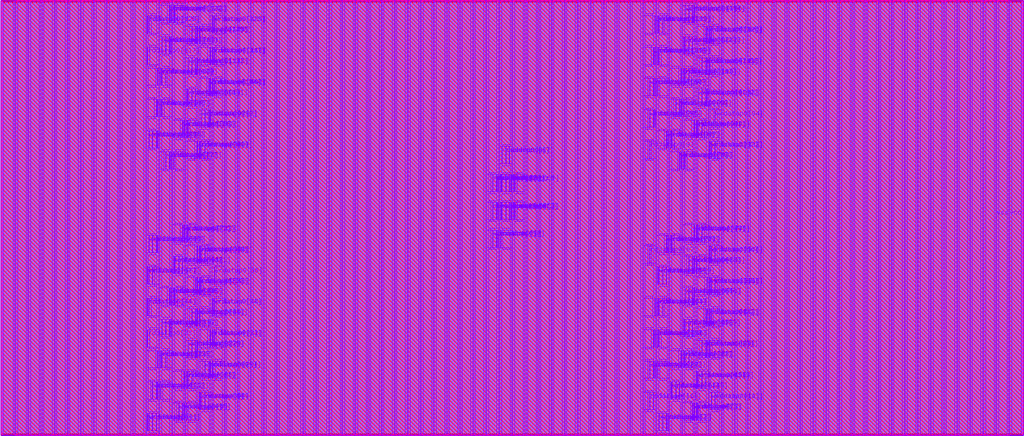
<source format=lef>
VERSION 5.8 ;
BUSBITCHARS "[]" ;
DIVIDERCHAR "/" ;

UNITS
  DATABASE MICRONS 4000 ;
END UNITS

PROPERTYDEFINITIONS
  MACRO hpml_layer STRING ;
  MACRO heml_layer STRING ;
END PROPERTYDEFINITIONS

MACRO arf132b192e1r1w0cbbehcaa4acw
  CLASS BLOCK ;
  FOREIGN arf132b192e1r1w0cbbehcaa4acw ;
  ORIGIN 0 0 ;
  SIZE 70.2 BY 29.76 ;
  PIN ckrdp0
    DIRECTION INPUT ;
    USE SIGNAL ;
    PORT
      LAYER m7 ;
        RECT 34.372 16.68 34.416 17.88 ;
    END
  END ckrdp0
  PIN ckwrp0
    DIRECTION INPUT ;
    USE SIGNAL ;
    PORT
      LAYER m7 ;
        RECT 33.728 14.76 33.772 15.96 ;
    END
  END ckwrp0
  PIN rdaddrp0[0]
    DIRECTION INPUT ;
    USE SIGNAL ;
    PORT
      LAYER m7 ;
        RECT 35.272 16.68 35.316 17.88 ;
    END
  END rdaddrp0[0]
  PIN rdaddrp0[1]
    DIRECTION INPUT ;
    USE SIGNAL ;
    PORT
      LAYER m7 ;
        RECT 33.728 16.68 33.772 17.88 ;
    END
  END rdaddrp0[1]
  PIN rdaddrp0[2]
    DIRECTION INPUT ;
    USE SIGNAL ;
    PORT
      LAYER m7 ;
        RECT 33.984 16.68 34.028 17.88 ;
    END
  END rdaddrp0[2]
  PIN rdaddrp0[3]
    DIRECTION INPUT ;
    USE SIGNAL ;
    PORT
      LAYER m7 ;
        RECT 34.072 16.68 34.116 17.88 ;
    END
  END rdaddrp0[3]
  PIN rdaddrp0[4]
    DIRECTION INPUT ;
    USE SIGNAL ;
    PORT
      LAYER m7 ;
        RECT 34.284 16.68 34.328 17.88 ;
    END
  END rdaddrp0[4]
  PIN rdaddrp0[5]
    DIRECTION INPUT ;
    USE SIGNAL ;
    PORT
      LAYER m7 ;
        RECT 34.372 18.6 34.416 19.8 ;
    END
  END rdaddrp0[5]
  PIN rdaddrp0[6]
    DIRECTION INPUT ;
    USE SIGNAL ;
    PORT
      LAYER m7 ;
        RECT 34.628 18.6 34.672 19.8 ;
    END
  END rdaddrp0[6]
  PIN rdaddrp0[7]
    DIRECTION INPUT ;
    USE SIGNAL ;
    PORT
      LAYER m7 ;
        RECT 34.884 18.6 34.928 19.8 ;
    END
  END rdaddrp0[7]
  PIN rdaddrp0_fd
    DIRECTION INPUT ;
    USE SIGNAL ;
    PORT
      LAYER m7 ;
        RECT 34.628 16.68 34.672 17.88 ;
    END
  END rdaddrp0_fd
  PIN rdaddrp0_rd
    DIRECTION INPUT ;
    USE SIGNAL ;
    PORT
      LAYER m7 ;
        RECT 34.884 16.68 34.928 17.88 ;
    END
  END rdaddrp0_rd
  PIN rdenp0
    DIRECTION INPUT ;
    USE SIGNAL ;
    PORT
      LAYER m7 ;
        RECT 34.972 16.68 35.016 17.88 ;
    END
  END rdenp0
  PIN sdl_initp0
    DIRECTION INPUT ;
    USE SIGNAL ;
    PORT
      LAYER m7 ;
        RECT 35.184 16.68 35.228 17.88 ;
    END
  END sdl_initp0
  PIN wraddrp0[0]
    DIRECTION INPUT ;
    USE SIGNAL ;
    PORT
      LAYER m7 ;
        RECT 34.884 14.76 34.928 15.96 ;
    END
  END wraddrp0[0]
  PIN wraddrp0[1]
    DIRECTION INPUT ;
    USE SIGNAL ;
    PORT
      LAYER m7 ;
        RECT 34.972 14.76 35.016 15.96 ;
    END
  END wraddrp0[1]
  PIN wraddrp0[2]
    DIRECTION INPUT ;
    USE SIGNAL ;
    PORT
      LAYER m7 ;
        RECT 35.184 14.76 35.228 15.96 ;
    END
  END wraddrp0[2]
  PIN wraddrp0[3]
    DIRECTION INPUT ;
    USE SIGNAL ;
    PORT
      LAYER m7 ;
        RECT 35.272 14.76 35.316 15.96 ;
    END
  END wraddrp0[3]
  PIN wraddrp0[4]
    DIRECTION INPUT ;
    USE SIGNAL ;
    PORT
      LAYER m7 ;
        RECT 33.728 12.84 33.772 14.04 ;
    END
  END wraddrp0[4]
  PIN wraddrp0[5]
    DIRECTION INPUT ;
    USE SIGNAL ;
    PORT
      LAYER m7 ;
        RECT 33.984 12.84 34.028 14.04 ;
    END
  END wraddrp0[5]
  PIN wraddrp0[6]
    DIRECTION INPUT ;
    USE SIGNAL ;
    PORT
      LAYER m7 ;
        RECT 34.072 12.84 34.116 14.04 ;
    END
  END wraddrp0[6]
  PIN wraddrp0[7]
    DIRECTION INPUT ;
    USE SIGNAL ;
    PORT
      LAYER m7 ;
        RECT 34.284 12.84 34.328 14.04 ;
    END
  END wraddrp0[7]
  PIN wraddrp0_fd
    DIRECTION INPUT ;
    USE SIGNAL ;
    PORT
      LAYER m7 ;
        RECT 33.984 14.76 34.028 15.96 ;
    END
  END wraddrp0_fd
  PIN wraddrp0_rd
    DIRECTION INPUT ;
    USE SIGNAL ;
    PORT
      LAYER m7 ;
        RECT 34.072 14.76 34.116 15.96 ;
    END
  END wraddrp0_rd
  PIN wrdatap0[0]
    DIRECTION INPUT ;
    USE SIGNAL ;
    PORT
      LAYER m7 ;
        RECT 9.984 0.24 10.028 1.44 ;
    END
  END wrdatap0[0]
  PIN wrdatap0[100]
    DIRECTION INPUT ;
    USE SIGNAL ;
    PORT
      LAYER m7 ;
        RECT 12.684 22.56 12.728 23.76 ;
    END
  END wrdatap0[100]
  PIN wrdatap0[101]
    DIRECTION INPUT ;
    USE SIGNAL ;
    PORT
      LAYER m7 ;
        RECT 12.772 22.56 12.816 23.76 ;
    END
  END wrdatap0[101]
  PIN wrdatap0[102]
    DIRECTION INPUT ;
    USE SIGNAL ;
    PORT
      LAYER m7 ;
        RECT 47.872 22.56 47.916 23.76 ;
    END
  END wrdatap0[102]
  PIN wrdatap0[103]
    DIRECTION INPUT ;
    USE SIGNAL ;
    PORT
      LAYER m7 ;
        RECT 48.128 22.56 48.172 23.76 ;
    END
  END wrdatap0[103]
  PIN wrdatap0[104]
    DIRECTION INPUT ;
    USE SIGNAL ;
    PORT
      LAYER m7 ;
        RECT 14.184 23.28 14.228 24.48 ;
    END
  END wrdatap0[104]
  PIN wrdatap0[105]
    DIRECTION INPUT ;
    USE SIGNAL ;
    PORT
      LAYER m7 ;
        RECT 14.272 23.28 14.316 24.48 ;
    END
  END wrdatap0[105]
  PIN wrdatap0[106]
    DIRECTION INPUT ;
    USE SIGNAL ;
    PORT
      LAYER m7 ;
        RECT 44.528 23.28 44.572 24.48 ;
    END
  END wrdatap0[106]
  PIN wrdatap0[107]
    DIRECTION INPUT ;
    USE SIGNAL ;
    PORT
      LAYER m7 ;
        RECT 44.784 23.28 44.828 24.48 ;
    END
  END wrdatap0[107]
  PIN wrdatap0[108]
    DIRECTION INPUT ;
    USE SIGNAL ;
    PORT
      LAYER m7 ;
        RECT 10.672 24 10.716 25.2 ;
    END
  END wrdatap0[108]
  PIN wrdatap0[109]
    DIRECTION INPUT ;
    USE SIGNAL ;
    PORT
      LAYER m7 ;
        RECT 10.884 24 10.928 25.2 ;
    END
  END wrdatap0[109]
  PIN wrdatap0[10]
    DIRECTION INPUT ;
    USE SIGNAL ;
    PORT
      LAYER m7 ;
        RECT 48.772 1.68 48.816 2.88 ;
    END
  END wrdatap0[10]
  PIN wrdatap0[110]
    DIRECTION INPUT ;
    USE SIGNAL ;
    PORT
      LAYER m7 ;
        RECT 46.672 24 46.716 25.2 ;
    END
  END wrdatap0[110]
  PIN wrdatap0[111]
    DIRECTION INPUT ;
    USE SIGNAL ;
    PORT
      LAYER m7 ;
        RECT 46.884 24 46.928 25.2 ;
    END
  END wrdatap0[111]
  PIN wrdatap0[112]
    DIRECTION INPUT ;
    USE SIGNAL ;
    PORT
      LAYER m7 ;
        RECT 12.772 24.72 12.816 25.92 ;
    END
  END wrdatap0[112]
  PIN wrdatap0[113]
    DIRECTION INPUT ;
    USE SIGNAL ;
    PORT
      LAYER m7 ;
        RECT 13.028 24.72 13.072 25.92 ;
    END
  END wrdatap0[113]
  PIN wrdatap0[114]
    DIRECTION INPUT ;
    USE SIGNAL ;
    PORT
      LAYER m7 ;
        RECT 48.128 24.72 48.172 25.92 ;
    END
  END wrdatap0[114]
  PIN wrdatap0[115]
    DIRECTION INPUT ;
    USE SIGNAL ;
    PORT
      LAYER m7 ;
        RECT 48.384 24.72 48.428 25.92 ;
    END
  END wrdatap0[115]
  PIN wrdatap0[116]
    DIRECTION INPUT ;
    USE SIGNAL ;
    PORT
      LAYER m7 ;
        RECT 14.272 25.44 14.316 26.64 ;
    END
  END wrdatap0[116]
  PIN wrdatap0[117]
    DIRECTION INPUT ;
    USE SIGNAL ;
    PORT
      LAYER m7 ;
        RECT 14.484 25.44 14.528 26.64 ;
    END
  END wrdatap0[117]
  PIN wrdatap0[118]
    DIRECTION INPUT ;
    USE SIGNAL ;
    PORT
      LAYER m7 ;
        RECT 44.784 25.44 44.828 26.64 ;
    END
  END wrdatap0[118]
  PIN wrdatap0[119]
    DIRECTION INPUT ;
    USE SIGNAL ;
    PORT
      LAYER m7 ;
        RECT 44.872 25.44 44.916 26.64 ;
    END
  END wrdatap0[119]
  PIN wrdatap0[11]
    DIRECTION INPUT ;
    USE SIGNAL ;
    PORT
      LAYER m7 ;
        RECT 49.028 1.68 49.072 2.88 ;
    END
  END wrdatap0[11]
  PIN wrdatap0[120]
    DIRECTION INPUT ;
    USE SIGNAL ;
    PORT
      LAYER m7 ;
        RECT 10.972 26.16 11.016 27.36 ;
    END
  END wrdatap0[120]
  PIN wrdatap0[121]
    DIRECTION INPUT ;
    USE SIGNAL ;
    PORT
      LAYER m7 ;
        RECT 11.228 26.16 11.272 27.36 ;
    END
  END wrdatap0[121]
  PIN wrdatap0[122]
    DIRECTION INPUT ;
    USE SIGNAL ;
    PORT
      LAYER m7 ;
        RECT 46.884 26.16 46.928 27.36 ;
    END
  END wrdatap0[122]
  PIN wrdatap0[123]
    DIRECTION INPUT ;
    USE SIGNAL ;
    PORT
      LAYER m7 ;
        RECT 46.972 26.16 47.016 27.36 ;
    END
  END wrdatap0[123]
  PIN wrdatap0[124]
    DIRECTION INPUT ;
    USE SIGNAL ;
    PORT
      LAYER m7 ;
        RECT 13.028 26.88 13.072 28.08 ;
    END
  END wrdatap0[124]
  PIN wrdatap0[125]
    DIRECTION INPUT ;
    USE SIGNAL ;
    PORT
      LAYER m7 ;
        RECT 13.284 26.88 13.328 28.08 ;
    END
  END wrdatap0[125]
  PIN wrdatap0[126]
    DIRECTION INPUT ;
    USE SIGNAL ;
    PORT
      LAYER m7 ;
        RECT 48.384 26.88 48.428 28.08 ;
    END
  END wrdatap0[126]
  PIN wrdatap0[127]
    DIRECTION INPUT ;
    USE SIGNAL ;
    PORT
      LAYER m7 ;
        RECT 48.472 26.88 48.516 28.08 ;
    END
  END wrdatap0[127]
  PIN wrdatap0[128]
    DIRECTION INPUT ;
    USE SIGNAL ;
    PORT
      LAYER m7 ;
        RECT 14.484 27.6 14.528 28.8 ;
    END
  END wrdatap0[128]
  PIN wrdatap0[129]
    DIRECTION INPUT ;
    USE SIGNAL ;
    PORT
      LAYER m7 ;
        RECT 14.572 27.6 14.616 28.8 ;
    END
  END wrdatap0[129]
  PIN wrdatap0[12]
    DIRECTION INPUT ;
    USE SIGNAL ;
    PORT
      LAYER m7 ;
        RECT 10.328 2.4 10.372 3.6 ;
    END
  END wrdatap0[12]
  PIN wrdatap0[130]
    DIRECTION INPUT ;
    USE SIGNAL ;
    PORT
      LAYER m7 ;
        RECT 44.872 27.6 44.916 28.8 ;
    END
  END wrdatap0[130]
  PIN wrdatap0[131]
    DIRECTION INPUT ;
    USE SIGNAL ;
    PORT
      LAYER m7 ;
        RECT 45.084 27.6 45.128 28.8 ;
    END
  END wrdatap0[131]
  PIN wrdatap0[132]
    DIRECTION INPUT ;
    USE SIGNAL ;
    PORT
      LAYER m7 ;
        RECT 11.484 28.32 11.528 29.52 ;
    END
  END wrdatap0[132]
  PIN wrdatap0[133]
    DIRECTION INPUT ;
    USE SIGNAL ;
    PORT
      LAYER m7 ;
        RECT 11.572 28.32 11.616 29.52 ;
    END
  END wrdatap0[133]
  PIN wrdatap0[134]
    DIRECTION INPUT ;
    USE SIGNAL ;
    PORT
      LAYER m7 ;
        RECT 46.972 28.32 47.016 29.52 ;
    END
  END wrdatap0[134]
  PIN wrdatap0[135]
    DIRECTION INPUT ;
    USE SIGNAL ;
    PORT
      LAYER m7 ;
        RECT 47.228 28.32 47.272 29.52 ;
    END
  END wrdatap0[135]
  PIN wrdatap0[13]
    DIRECTION INPUT ;
    USE SIGNAL ;
    PORT
      LAYER m7 ;
        RECT 10.584 2.4 10.628 3.6 ;
    END
  END wrdatap0[13]
  PIN wrdatap0[14]
    DIRECTION INPUT ;
    USE SIGNAL ;
    PORT
      LAYER m7 ;
        RECT 45.984 2.4 46.028 3.6 ;
    END
  END wrdatap0[14]
  PIN wrdatap0[15]
    DIRECTION INPUT ;
    USE SIGNAL ;
    PORT
      LAYER m7 ;
        RECT 46.072 2.4 46.116 3.6 ;
    END
  END wrdatap0[15]
  PIN wrdatap0[16]
    DIRECTION INPUT ;
    USE SIGNAL ;
    PORT
      LAYER m7 ;
        RECT 12.472 3.12 12.516 4.32 ;
    END
  END wrdatap0[16]
  PIN wrdatap0[17]
    DIRECTION INPUT ;
    USE SIGNAL ;
    PORT
      LAYER m7 ;
        RECT 12.684 3.12 12.728 4.32 ;
    END
  END wrdatap0[17]
  PIN wrdatap0[18]
    DIRECTION INPUT ;
    USE SIGNAL ;
    PORT
      LAYER m7 ;
        RECT 47.784 3.12 47.828 4.32 ;
    END
  END wrdatap0[18]
  PIN wrdatap0[19]
    DIRECTION INPUT ;
    USE SIGNAL ;
    PORT
      LAYER m7 ;
        RECT 47.872 3.12 47.916 4.32 ;
    END
  END wrdatap0[19]
  PIN wrdatap0[1]
    DIRECTION INPUT ;
    USE SIGNAL ;
    PORT
      LAYER m7 ;
        RECT 10.072 0.24 10.116 1.44 ;
    END
  END wrdatap0[1]
  PIN wrdatap0[20]
    DIRECTION INPUT ;
    USE SIGNAL ;
    PORT
      LAYER m7 ;
        RECT 13.928 3.84 13.972 5.04 ;
    END
  END wrdatap0[20]
  PIN wrdatap0[21]
    DIRECTION INPUT ;
    USE SIGNAL ;
    PORT
      LAYER m7 ;
        RECT 14.184 3.84 14.228 5.04 ;
    END
  END wrdatap0[21]
  PIN wrdatap0[22]
    DIRECTION INPUT ;
    USE SIGNAL ;
    PORT
      LAYER m7 ;
        RECT 44.528 3.84 44.572 5.04 ;
    END
  END wrdatap0[22]
  PIN wrdatap0[23]
    DIRECTION INPUT ;
    USE SIGNAL ;
    PORT
      LAYER m7 ;
        RECT 44.784 3.84 44.828 5.04 ;
    END
  END wrdatap0[23]
  PIN wrdatap0[24]
    DIRECTION INPUT ;
    USE SIGNAL ;
    PORT
      LAYER m7 ;
        RECT 10.672 4.56 10.716 5.76 ;
    END
  END wrdatap0[24]
  PIN wrdatap0[25]
    DIRECTION INPUT ;
    USE SIGNAL ;
    PORT
      LAYER m7 ;
        RECT 10.884 4.56 10.928 5.76 ;
    END
  END wrdatap0[25]
  PIN wrdatap0[26]
    DIRECTION INPUT ;
    USE SIGNAL ;
    PORT
      LAYER m7 ;
        RECT 46.672 4.56 46.716 5.76 ;
    END
  END wrdatap0[26]
  PIN wrdatap0[27]
    DIRECTION INPUT ;
    USE SIGNAL ;
    PORT
      LAYER m7 ;
        RECT 46.884 4.56 46.928 5.76 ;
    END
  END wrdatap0[27]
  PIN wrdatap0[28]
    DIRECTION INPUT ;
    USE SIGNAL ;
    PORT
      LAYER m7 ;
        RECT 12.772 5.28 12.816 6.48 ;
    END
  END wrdatap0[28]
  PIN wrdatap0[29]
    DIRECTION INPUT ;
    USE SIGNAL ;
    PORT
      LAYER m7 ;
        RECT 13.028 5.28 13.072 6.48 ;
    END
  END wrdatap0[29]
  PIN wrdatap0[2]
    DIRECTION INPUT ;
    USE SIGNAL ;
    PORT
      LAYER m7 ;
        RECT 45.172 0.24 45.216 1.44 ;
    END
  END wrdatap0[2]
  PIN wrdatap0[30]
    DIRECTION INPUT ;
    USE SIGNAL ;
    PORT
      LAYER m7 ;
        RECT 48.128 5.28 48.172 6.48 ;
    END
  END wrdatap0[30]
  PIN wrdatap0[31]
    DIRECTION INPUT ;
    USE SIGNAL ;
    PORT
      LAYER m7 ;
        RECT 48.384 5.28 48.428 6.48 ;
    END
  END wrdatap0[31]
  PIN wrdatap0[32]
    DIRECTION INPUT ;
    USE SIGNAL ;
    PORT
      LAYER m7 ;
        RECT 14.272 6 14.316 7.2 ;
    END
  END wrdatap0[32]
  PIN wrdatap0[33]
    DIRECTION INPUT ;
    USE SIGNAL ;
    PORT
      LAYER m7 ;
        RECT 14.484 6 14.528 7.2 ;
    END
  END wrdatap0[33]
  PIN wrdatap0[34]
    DIRECTION INPUT ;
    USE SIGNAL ;
    PORT
      LAYER m7 ;
        RECT 44.784 6 44.828 7.2 ;
    END
  END wrdatap0[34]
  PIN wrdatap0[35]
    DIRECTION INPUT ;
    USE SIGNAL ;
    PORT
      LAYER m7 ;
        RECT 44.872 6 44.916 7.2 ;
    END
  END wrdatap0[35]
  PIN wrdatap0[36]
    DIRECTION INPUT ;
    USE SIGNAL ;
    PORT
      LAYER m7 ;
        RECT 10.972 6.72 11.016 7.92 ;
    END
  END wrdatap0[36]
  PIN wrdatap0[37]
    DIRECTION INPUT ;
    USE SIGNAL ;
    PORT
      LAYER m7 ;
        RECT 11.228 6.72 11.272 7.92 ;
    END
  END wrdatap0[37]
  PIN wrdatap0[38]
    DIRECTION INPUT ;
    USE SIGNAL ;
    PORT
      LAYER m7 ;
        RECT 46.884 6.72 46.928 7.92 ;
    END
  END wrdatap0[38]
  PIN wrdatap0[39]
    DIRECTION INPUT ;
    USE SIGNAL ;
    PORT
      LAYER m7 ;
        RECT 46.972 6.72 47.016 7.92 ;
    END
  END wrdatap0[39]
  PIN wrdatap0[3]
    DIRECTION INPUT ;
    USE SIGNAL ;
    PORT
      LAYER m7 ;
        RECT 45.428 0.24 45.472 1.44 ;
    END
  END wrdatap0[3]
  PIN wrdatap0[40]
    DIRECTION INPUT ;
    USE SIGNAL ;
    PORT
      LAYER m7 ;
        RECT 13.028 7.44 13.072 8.64 ;
    END
  END wrdatap0[40]
  PIN wrdatap0[41]
    DIRECTION INPUT ;
    USE SIGNAL ;
    PORT
      LAYER m7 ;
        RECT 13.284 7.44 13.328 8.64 ;
    END
  END wrdatap0[41]
  PIN wrdatap0[42]
    DIRECTION INPUT ;
    USE SIGNAL ;
    PORT
      LAYER m7 ;
        RECT 48.384 7.44 48.428 8.64 ;
    END
  END wrdatap0[42]
  PIN wrdatap0[43]
    DIRECTION INPUT ;
    USE SIGNAL ;
    PORT
      LAYER m7 ;
        RECT 48.472 7.44 48.516 8.64 ;
    END
  END wrdatap0[43]
  PIN wrdatap0[44]
    DIRECTION INPUT ;
    USE SIGNAL ;
    PORT
      LAYER m7 ;
        RECT 14.484 8.16 14.528 9.36 ;
    END
  END wrdatap0[44]
  PIN wrdatap0[45]
    DIRECTION INPUT ;
    USE SIGNAL ;
    PORT
      LAYER m7 ;
        RECT 14.572 8.16 14.616 9.36 ;
    END
  END wrdatap0[45]
  PIN wrdatap0[46]
    DIRECTION INPUT ;
    USE SIGNAL ;
    PORT
      LAYER m7 ;
        RECT 44.872 8.16 44.916 9.36 ;
    END
  END wrdatap0[46]
  PIN wrdatap0[47]
    DIRECTION INPUT ;
    USE SIGNAL ;
    PORT
      LAYER m7 ;
        RECT 45.084 8.16 45.128 9.36 ;
    END
  END wrdatap0[47]
  PIN wrdatap0[48]
    DIRECTION INPUT ;
    USE SIGNAL ;
    PORT
      LAYER m7 ;
        RECT 11.484 8.88 11.528 10.08 ;
    END
  END wrdatap0[48]
  PIN wrdatap0[49]
    DIRECTION INPUT ;
    USE SIGNAL ;
    PORT
      LAYER m7 ;
        RECT 11.572 8.88 11.616 10.08 ;
    END
  END wrdatap0[49]
  PIN wrdatap0[4]
    DIRECTION INPUT ;
    USE SIGNAL ;
    PORT
      LAYER m7 ;
        RECT 12.128 0.96 12.172 2.16 ;
    END
  END wrdatap0[4]
  PIN wrdatap0[50]
    DIRECTION INPUT ;
    USE SIGNAL ;
    PORT
      LAYER m7 ;
        RECT 46.972 8.88 47.016 10.08 ;
    END
  END wrdatap0[50]
  PIN wrdatap0[51]
    DIRECTION INPUT ;
    USE SIGNAL ;
    PORT
      LAYER m7 ;
        RECT 47.228 8.88 47.272 10.08 ;
    END
  END wrdatap0[51]
  PIN wrdatap0[52]
    DIRECTION INPUT ;
    USE SIGNAL ;
    PORT
      LAYER m7 ;
        RECT 13.284 9.6 13.328 10.8 ;
    END
  END wrdatap0[52]
  PIN wrdatap0[53]
    DIRECTION INPUT ;
    USE SIGNAL ;
    PORT
      LAYER m7 ;
        RECT 13.372 9.6 13.416 10.8 ;
    END
  END wrdatap0[53]
  PIN wrdatap0[54]
    DIRECTION INPUT ;
    USE SIGNAL ;
    PORT
      LAYER m7 ;
        RECT 48.472 9.6 48.516 10.8 ;
    END
  END wrdatap0[54]
  PIN wrdatap0[55]
    DIRECTION INPUT ;
    USE SIGNAL ;
    PORT
      LAYER m7 ;
        RECT 48.684 9.6 48.728 10.8 ;
    END
  END wrdatap0[55]
  PIN wrdatap0[56]
    DIRECTION INPUT ;
    USE SIGNAL ;
    PORT
      LAYER m7 ;
        RECT 14.572 10.32 14.616 11.52 ;
    END
  END wrdatap0[56]
  PIN wrdatap0[57]
    DIRECTION INPUT ;
    USE SIGNAL ;
    PORT
      LAYER m7 ;
        RECT 9.984 10.32 10.028 11.52 ;
    END
  END wrdatap0[57]
  PIN wrdatap0[58]
    DIRECTION INPUT ;
    USE SIGNAL ;
    PORT
      LAYER m7 ;
        RECT 45.084 10.32 45.128 11.52 ;
    END
  END wrdatap0[58]
  PIN wrdatap0[59]
    DIRECTION INPUT ;
    USE SIGNAL ;
    PORT
      LAYER m7 ;
        RECT 45.172 10.32 45.216 11.52 ;
    END
  END wrdatap0[59]
  PIN wrdatap0[5]
    DIRECTION INPUT ;
    USE SIGNAL ;
    PORT
      LAYER m7 ;
        RECT 12.384 0.96 12.428 2.16 ;
    END
  END wrdatap0[5]
  PIN wrdatap0[60]
    DIRECTION INPUT ;
    USE SIGNAL ;
    PORT
      LAYER m7 ;
        RECT 11.784 11.04 11.828 12.24 ;
    END
  END wrdatap0[60]
  PIN wrdatap0[61]
    DIRECTION INPUT ;
    USE SIGNAL ;
    PORT
      LAYER m7 ;
        RECT 11.872 11.04 11.916 12.24 ;
    END
  END wrdatap0[61]
  PIN wrdatap0[62]
    DIRECTION INPUT ;
    USE SIGNAL ;
    PORT
      LAYER m7 ;
        RECT 47.228 11.04 47.272 12.24 ;
    END
  END wrdatap0[62]
  PIN wrdatap0[63]
    DIRECTION INPUT ;
    USE SIGNAL ;
    PORT
      LAYER m7 ;
        RECT 47.484 11.04 47.528 12.24 ;
    END
  END wrdatap0[63]
  PIN wrdatap0[64]
    DIRECTION INPUT ;
    USE SIGNAL ;
    PORT
      LAYER m7 ;
        RECT 13.372 11.76 13.416 12.96 ;
    END
  END wrdatap0[64]
  PIN wrdatap0[65]
    DIRECTION INPUT ;
    USE SIGNAL ;
    PORT
      LAYER m7 ;
        RECT 13.584 11.76 13.628 12.96 ;
    END
  END wrdatap0[65]
  PIN wrdatap0[66]
    DIRECTION INPUT ;
    USE SIGNAL ;
    PORT
      LAYER m7 ;
        RECT 48.684 11.76 48.728 12.96 ;
    END
  END wrdatap0[66]
  PIN wrdatap0[67]
    DIRECTION INPUT ;
    USE SIGNAL ;
    PORT
      LAYER m7 ;
        RECT 48.772 11.76 48.816 12.96 ;
    END
  END wrdatap0[67]
  PIN wrdatap0[68]
    DIRECTION INPUT ;
    USE SIGNAL ;
    PORT
      LAYER m7 ;
        RECT 10.072 12.48 10.116 13.68 ;
    END
  END wrdatap0[68]
  PIN wrdatap0[69]
    DIRECTION INPUT ;
    USE SIGNAL ;
    PORT
      LAYER m7 ;
        RECT 10.328 12.48 10.372 13.68 ;
    END
  END wrdatap0[69]
  PIN wrdatap0[6]
    DIRECTION INPUT ;
    USE SIGNAL ;
    PORT
      LAYER m7 ;
        RECT 47.484 0.96 47.528 2.16 ;
    END
  END wrdatap0[6]
  PIN wrdatap0[70]
    DIRECTION INPUT ;
    USE SIGNAL ;
    PORT
      LAYER m7 ;
        RECT 45.684 12.48 45.728 13.68 ;
    END
  END wrdatap0[70]
  PIN wrdatap0[71]
    DIRECTION INPUT ;
    USE SIGNAL ;
    PORT
      LAYER m7 ;
        RECT 45.772 12.48 45.816 13.68 ;
    END
  END wrdatap0[71]
  PIN wrdatap0[72]
    DIRECTION INPUT ;
    USE SIGNAL ;
    PORT
      LAYER m7 ;
        RECT 12.384 13.2 12.428 14.4 ;
    END
  END wrdatap0[72]
  PIN wrdatap0[73]
    DIRECTION INPUT ;
    USE SIGNAL ;
    PORT
      LAYER m7 ;
        RECT 12.472 13.2 12.516 14.4 ;
    END
  END wrdatap0[73]
  PIN wrdatap0[74]
    DIRECTION INPUT ;
    USE SIGNAL ;
    PORT
      LAYER m7 ;
        RECT 47.572 13.2 47.616 14.4 ;
    END
  END wrdatap0[74]
  PIN wrdatap0[75]
    DIRECTION INPUT ;
    USE SIGNAL ;
    PORT
      LAYER m7 ;
        RECT 47.784 13.2 47.828 14.4 ;
    END
  END wrdatap0[75]
  PIN wrdatap0[76]
    DIRECTION INPUT ;
    USE SIGNAL ;
    PORT
      LAYER m7 ;
        RECT 11.228 18.24 11.272 19.44 ;
    END
  END wrdatap0[76]
  PIN wrdatap0[77]
    DIRECTION INPUT ;
    USE SIGNAL ;
    PORT
      LAYER m7 ;
        RECT 11.484 18.24 11.528 19.44 ;
    END
  END wrdatap0[77]
  PIN wrdatap0[78]
    DIRECTION INPUT ;
    USE SIGNAL ;
    PORT
      LAYER m7 ;
        RECT 46.584 18.24 46.628 19.44 ;
    END
  END wrdatap0[78]
  PIN wrdatap0[79]
    DIRECTION INPUT ;
    USE SIGNAL ;
    PORT
      LAYER m7 ;
        RECT 46.672 18.24 46.716 19.44 ;
    END
  END wrdatap0[79]
  PIN wrdatap0[7]
    DIRECTION INPUT ;
    USE SIGNAL ;
    PORT
      LAYER m7 ;
        RECT 47.572 0.96 47.616 2.16 ;
    END
  END wrdatap0[7]
  PIN wrdatap0[80]
    DIRECTION INPUT ;
    USE SIGNAL ;
    PORT
      LAYER m7 ;
        RECT 13.372 18.96 13.416 20.16 ;
    END
  END wrdatap0[80]
  PIN wrdatap0[81]
    DIRECTION INPUT ;
    USE SIGNAL ;
    PORT
      LAYER m7 ;
        RECT 13.584 18.96 13.628 20.16 ;
    END
  END wrdatap0[81]
  PIN wrdatap0[82]
    DIRECTION INPUT ;
    USE SIGNAL ;
    PORT
      LAYER m7 ;
        RECT 48.684 18.96 48.728 20.16 ;
    END
  END wrdatap0[82]
  PIN wrdatap0[83]
    DIRECTION INPUT ;
    USE SIGNAL ;
    PORT
      LAYER m7 ;
        RECT 48.772 18.96 48.816 20.16 ;
    END
  END wrdatap0[83]
  PIN wrdatap0[84]
    DIRECTION INPUT ;
    USE SIGNAL ;
    PORT
      LAYER m7 ;
        RECT 10.072 19.68 10.116 20.88 ;
    END
  END wrdatap0[84]
  PIN wrdatap0[85]
    DIRECTION INPUT ;
    USE SIGNAL ;
    PORT
      LAYER m7 ;
        RECT 10.328 19.68 10.372 20.88 ;
    END
  END wrdatap0[85]
  PIN wrdatap0[86]
    DIRECTION INPUT ;
    USE SIGNAL ;
    PORT
      LAYER m7 ;
        RECT 45.684 19.68 45.728 20.88 ;
    END
  END wrdatap0[86]
  PIN wrdatap0[87]
    DIRECTION INPUT ;
    USE SIGNAL ;
    PORT
      LAYER m7 ;
        RECT 45.772 19.68 45.816 20.88 ;
    END
  END wrdatap0[87]
  PIN wrdatap0[88]
    DIRECTION INPUT ;
    USE SIGNAL ;
    PORT
      LAYER m7 ;
        RECT 12.384 20.4 12.428 21.6 ;
    END
  END wrdatap0[88]
  PIN wrdatap0[89]
    DIRECTION INPUT ;
    USE SIGNAL ;
    PORT
      LAYER m7 ;
        RECT 12.472 20.4 12.516 21.6 ;
    END
  END wrdatap0[89]
  PIN wrdatap0[8]
    DIRECTION INPUT ;
    USE SIGNAL ;
    PORT
      LAYER m7 ;
        RECT 13.584 1.68 13.628 2.88 ;
    END
  END wrdatap0[8]
  PIN wrdatap0[90]
    DIRECTION INPUT ;
    USE SIGNAL ;
    PORT
      LAYER m7 ;
        RECT 47.572 20.4 47.616 21.6 ;
    END
  END wrdatap0[90]
  PIN wrdatap0[91]
    DIRECTION INPUT ;
    USE SIGNAL ;
    PORT
      LAYER m7 ;
        RECT 47.784 20.4 47.828 21.6 ;
    END
  END wrdatap0[91]
  PIN wrdatap0[92]
    DIRECTION INPUT ;
    USE SIGNAL ;
    PORT
      LAYER m7 ;
        RECT 13.672 21.12 13.716 22.32 ;
    END
  END wrdatap0[92]
  PIN wrdatap0[93]
    DIRECTION INPUT ;
    USE SIGNAL ;
    PORT
      LAYER m7 ;
        RECT 13.928 21.12 13.972 22.32 ;
    END
  END wrdatap0[93]
  PIN wrdatap0[94]
    DIRECTION INPUT ;
    USE SIGNAL ;
    PORT
      LAYER m7 ;
        RECT 49.028 21.12 49.072 22.32 ;
    END
  END wrdatap0[94]
  PIN wrdatap0[95]
    DIRECTION INPUT ;
    USE SIGNAL ;
    PORT
      LAYER m7 ;
        RECT 44.528 21.12 44.572 22.32 ;
    END
  END wrdatap0[95]
  PIN wrdatap0[96]
    DIRECTION INPUT ;
    USE SIGNAL ;
    PORT
      LAYER m7 ;
        RECT 10.584 21.84 10.628 23.04 ;
    END
  END wrdatap0[96]
  PIN wrdatap0[97]
    DIRECTION INPUT ;
    USE SIGNAL ;
    PORT
      LAYER m7 ;
        RECT 10.672 21.84 10.716 23.04 ;
    END
  END wrdatap0[97]
  PIN wrdatap0[98]
    DIRECTION INPUT ;
    USE SIGNAL ;
    PORT
      LAYER m7 ;
        RECT 46.328 21.84 46.372 23.04 ;
    END
  END wrdatap0[98]
  PIN wrdatap0[99]
    DIRECTION INPUT ;
    USE SIGNAL ;
    PORT
      LAYER m7 ;
        RECT 46.584 21.84 46.628 23.04 ;
    END
  END wrdatap0[99]
  PIN wrdatap0[9]
    DIRECTION INPUT ;
    USE SIGNAL ;
    PORT
      LAYER m7 ;
        RECT 13.672 1.68 13.716 2.88 ;
    END
  END wrdatap0[9]
  PIN wrdatap0_fd
    DIRECTION INPUT ;
    USE SIGNAL ;
    PORT
      LAYER m7 ;
        RECT 34.372 14.76 34.416 15.96 ;
    END
  END wrdatap0_fd
  PIN wrdatap0_rd
    DIRECTION INPUT ;
    USE SIGNAL ;
    PORT
      LAYER m7 ;
        RECT 34.628 14.76 34.672 15.96 ;
    END
  END wrdatap0_rd
  PIN wrenp0
    DIRECTION INPUT ;
    USE SIGNAL ;
    PORT
      LAYER m7 ;
        RECT 34.284 14.76 34.328 15.96 ;
    END
  END wrenp0
  PIN rddatap0[0]
    DIRECTION OUTPUT ;
    USE SIGNAL ;
    PORT
      LAYER m7 ;
        RECT 10.328 0.24 10.372 1.44 ;
    END
  END rddatap0[0]
  PIN rddatap0[100]
    DIRECTION OUTPUT ;
    USE SIGNAL ;
    PORT
      LAYER m7 ;
        RECT 13.028 22.56 13.072 23.76 ;
    END
  END rddatap0[100]
  PIN rddatap0[101]
    DIRECTION OUTPUT ;
    USE SIGNAL ;
    PORT
      LAYER m7 ;
        RECT 13.284 22.56 13.328 23.76 ;
    END
  END rddatap0[101]
  PIN rddatap0[102]
    DIRECTION OUTPUT ;
    USE SIGNAL ;
    PORT
      LAYER m7 ;
        RECT 48.384 22.56 48.428 23.76 ;
    END
  END rddatap0[102]
  PIN rddatap0[103]
    DIRECTION OUTPUT ;
    USE SIGNAL ;
    PORT
      LAYER m7 ;
        RECT 48.472 22.56 48.516 23.76 ;
    END
  END rddatap0[103]
  PIN rddatap0[104]
    DIRECTION OUTPUT ;
    USE SIGNAL ;
    PORT
      LAYER m7 ;
        RECT 14.484 23.28 14.528 24.48 ;
    END
  END rddatap0[104]
  PIN rddatap0[105]
    DIRECTION OUTPUT ;
    USE SIGNAL ;
    PORT
      LAYER m7 ;
        RECT 14.572 23.28 14.616 24.48 ;
    END
  END rddatap0[105]
  PIN rddatap0[106]
    DIRECTION OUTPUT ;
    USE SIGNAL ;
    PORT
      LAYER m7 ;
        RECT 44.872 23.28 44.916 24.48 ;
    END
  END rddatap0[106]
  PIN rddatap0[107]
    DIRECTION OUTPUT ;
    USE SIGNAL ;
    PORT
      LAYER m7 ;
        RECT 45.084 23.28 45.128 24.48 ;
    END
  END rddatap0[107]
  PIN rddatap0[108]
    DIRECTION OUTPUT ;
    USE SIGNAL ;
    PORT
      LAYER m7 ;
        RECT 10.972 24 11.016 25.2 ;
    END
  END rddatap0[108]
  PIN rddatap0[109]
    DIRECTION OUTPUT ;
    USE SIGNAL ;
    PORT
      LAYER m7 ;
        RECT 11.228 24 11.272 25.2 ;
    END
  END rddatap0[109]
  PIN rddatap0[10]
    DIRECTION OUTPUT ;
    USE SIGNAL ;
    PORT
      LAYER m7 ;
        RECT 44.528 1.68 44.572 2.88 ;
    END
  END rddatap0[10]
  PIN rddatap0[110]
    DIRECTION OUTPUT ;
    USE SIGNAL ;
    PORT
      LAYER m7 ;
        RECT 46.972 24 47.016 25.2 ;
    END
  END rddatap0[110]
  PIN rddatap0[111]
    DIRECTION OUTPUT ;
    USE SIGNAL ;
    PORT
      LAYER m7 ;
        RECT 47.228 24 47.272 25.2 ;
    END
  END rddatap0[111]
  PIN rddatap0[112]
    DIRECTION OUTPUT ;
    USE SIGNAL ;
    PORT
      LAYER m7 ;
        RECT 13.284 24.72 13.328 25.92 ;
    END
  END rddatap0[112]
  PIN rddatap0[113]
    DIRECTION OUTPUT ;
    USE SIGNAL ;
    PORT
      LAYER m7 ;
        RECT 13.372 24.72 13.416 25.92 ;
    END
  END rddatap0[113]
  PIN rddatap0[114]
    DIRECTION OUTPUT ;
    USE SIGNAL ;
    PORT
      LAYER m7 ;
        RECT 48.472 24.72 48.516 25.92 ;
    END
  END rddatap0[114]
  PIN rddatap0[115]
    DIRECTION OUTPUT ;
    USE SIGNAL ;
    PORT
      LAYER m7 ;
        RECT 48.684 24.72 48.728 25.92 ;
    END
  END rddatap0[115]
  PIN rddatap0[116]
    DIRECTION OUTPUT ;
    USE SIGNAL ;
    PORT
      LAYER m7 ;
        RECT 14.572 25.44 14.616 26.64 ;
    END
  END rddatap0[116]
  PIN rddatap0[117]
    DIRECTION OUTPUT ;
    USE SIGNAL ;
    PORT
      LAYER m7 ;
        RECT 9.984 25.44 10.028 26.64 ;
    END
  END rddatap0[117]
  PIN rddatap0[118]
    DIRECTION OUTPUT ;
    USE SIGNAL ;
    PORT
      LAYER m7 ;
        RECT 45.084 25.44 45.128 26.64 ;
    END
  END rddatap0[118]
  PIN rddatap0[119]
    DIRECTION OUTPUT ;
    USE SIGNAL ;
    PORT
      LAYER m7 ;
        RECT 45.172 25.44 45.216 26.64 ;
    END
  END rddatap0[119]
  PIN rddatap0[11]
    DIRECTION OUTPUT ;
    USE SIGNAL ;
    PORT
      LAYER m7 ;
        RECT 44.784 1.68 44.828 2.88 ;
    END
  END rddatap0[11]
  PIN rddatap0[120]
    DIRECTION OUTPUT ;
    USE SIGNAL ;
    PORT
      LAYER m7 ;
        RECT 11.484 26.16 11.528 27.36 ;
    END
  END rddatap0[120]
  PIN rddatap0[121]
    DIRECTION OUTPUT ;
    USE SIGNAL ;
    PORT
      LAYER m7 ;
        RECT 11.572 26.16 11.616 27.36 ;
    END
  END rddatap0[121]
  PIN rddatap0[122]
    DIRECTION OUTPUT ;
    USE SIGNAL ;
    PORT
      LAYER m7 ;
        RECT 47.228 26.16 47.272 27.36 ;
    END
  END rddatap0[122]
  PIN rddatap0[123]
    DIRECTION OUTPUT ;
    USE SIGNAL ;
    PORT
      LAYER m7 ;
        RECT 47.484 26.16 47.528 27.36 ;
    END
  END rddatap0[123]
  PIN rddatap0[124]
    DIRECTION OUTPUT ;
    USE SIGNAL ;
    PORT
      LAYER m7 ;
        RECT 13.372 26.88 13.416 28.08 ;
    END
  END rddatap0[124]
  PIN rddatap0[125]
    DIRECTION OUTPUT ;
    USE SIGNAL ;
    PORT
      LAYER m7 ;
        RECT 13.584 26.88 13.628 28.08 ;
    END
  END rddatap0[125]
  PIN rddatap0[126]
    DIRECTION OUTPUT ;
    USE SIGNAL ;
    PORT
      LAYER m7 ;
        RECT 48.684 26.88 48.728 28.08 ;
    END
  END rddatap0[126]
  PIN rddatap0[127]
    DIRECTION OUTPUT ;
    USE SIGNAL ;
    PORT
      LAYER m7 ;
        RECT 48.772 26.88 48.816 28.08 ;
    END
  END rddatap0[127]
  PIN rddatap0[128]
    DIRECTION OUTPUT ;
    USE SIGNAL ;
    PORT
      LAYER m7 ;
        RECT 9.984 27.6 10.028 28.8 ;
    END
  END rddatap0[128]
  PIN rddatap0[129]
    DIRECTION OUTPUT ;
    USE SIGNAL ;
    PORT
      LAYER m7 ;
        RECT 10.072 27.6 10.116 28.8 ;
    END
  END rddatap0[129]
  PIN rddatap0[12]
    DIRECTION OUTPUT ;
    USE SIGNAL ;
    PORT
      LAYER m7 ;
        RECT 10.672 2.4 10.716 3.6 ;
    END
  END rddatap0[12]
  PIN rddatap0[130]
    DIRECTION OUTPUT ;
    USE SIGNAL ;
    PORT
      LAYER m7 ;
        RECT 45.172 27.6 45.216 28.8 ;
    END
  END rddatap0[130]
  PIN rddatap0[131]
    DIRECTION OUTPUT ;
    USE SIGNAL ;
    PORT
      LAYER m7 ;
        RECT 45.428 27.6 45.472 28.8 ;
    END
  END rddatap0[131]
  PIN rddatap0[132]
    DIRECTION OUTPUT ;
    USE SIGNAL ;
    PORT
      LAYER m7 ;
        RECT 11.784 28.32 11.828 29.52 ;
    END
  END rddatap0[132]
  PIN rddatap0[133]
    DIRECTION OUTPUT ;
    USE SIGNAL ;
    PORT
      LAYER m7 ;
        RECT 11.872 28.32 11.916 29.52 ;
    END
  END rddatap0[133]
  PIN rddatap0[134]
    DIRECTION OUTPUT ;
    USE SIGNAL ;
    PORT
      LAYER m7 ;
        RECT 47.484 28.32 47.528 29.52 ;
    END
  END rddatap0[134]
  PIN rddatap0[135]
    DIRECTION OUTPUT ;
    USE SIGNAL ;
    PORT
      LAYER m7 ;
        RECT 47.572 28.32 47.616 29.52 ;
    END
  END rddatap0[135]
  PIN rddatap0[13]
    DIRECTION OUTPUT ;
    USE SIGNAL ;
    PORT
      LAYER m7 ;
        RECT 10.884 2.4 10.928 3.6 ;
    END
  END rddatap0[13]
  PIN rddatap0[14]
    DIRECTION OUTPUT ;
    USE SIGNAL ;
    PORT
      LAYER m7 ;
        RECT 46.328 2.4 46.372 3.6 ;
    END
  END rddatap0[14]
  PIN rddatap0[15]
    DIRECTION OUTPUT ;
    USE SIGNAL ;
    PORT
      LAYER m7 ;
        RECT 46.584 2.4 46.628 3.6 ;
    END
  END rddatap0[15]
  PIN rddatap0[16]
    DIRECTION OUTPUT ;
    USE SIGNAL ;
    PORT
      LAYER m7 ;
        RECT 12.772 3.12 12.816 4.32 ;
    END
  END rddatap0[16]
  PIN rddatap0[17]
    DIRECTION OUTPUT ;
    USE SIGNAL ;
    PORT
      LAYER m7 ;
        RECT 13.028 3.12 13.072 4.32 ;
    END
  END rddatap0[17]
  PIN rddatap0[18]
    DIRECTION OUTPUT ;
    USE SIGNAL ;
    PORT
      LAYER m7 ;
        RECT 48.128 3.12 48.172 4.32 ;
    END
  END rddatap0[18]
  PIN rddatap0[19]
    DIRECTION OUTPUT ;
    USE SIGNAL ;
    PORT
      LAYER m7 ;
        RECT 48.384 3.12 48.428 4.32 ;
    END
  END rddatap0[19]
  PIN rddatap0[1]
    DIRECTION OUTPUT ;
    USE SIGNAL ;
    PORT
      LAYER m7 ;
        RECT 10.584 0.24 10.628 1.44 ;
    END
  END rddatap0[1]
  PIN rddatap0[20]
    DIRECTION OUTPUT ;
    USE SIGNAL ;
    PORT
      LAYER m7 ;
        RECT 14.272 3.84 14.316 5.04 ;
    END
  END rddatap0[20]
  PIN rddatap0[21]
    DIRECTION OUTPUT ;
    USE SIGNAL ;
    PORT
      LAYER m7 ;
        RECT 14.484 3.84 14.528 5.04 ;
    END
  END rddatap0[21]
  PIN rddatap0[22]
    DIRECTION OUTPUT ;
    USE SIGNAL ;
    PORT
      LAYER m7 ;
        RECT 44.872 3.84 44.916 5.04 ;
    END
  END rddatap0[22]
  PIN rddatap0[23]
    DIRECTION OUTPUT ;
    USE SIGNAL ;
    PORT
      LAYER m7 ;
        RECT 45.084 3.84 45.128 5.04 ;
    END
  END rddatap0[23]
  PIN rddatap0[24]
    DIRECTION OUTPUT ;
    USE SIGNAL ;
    PORT
      LAYER m7 ;
        RECT 10.972 4.56 11.016 5.76 ;
    END
  END rddatap0[24]
  PIN rddatap0[25]
    DIRECTION OUTPUT ;
    USE SIGNAL ;
    PORT
      LAYER m7 ;
        RECT 11.228 4.56 11.272 5.76 ;
    END
  END rddatap0[25]
  PIN rddatap0[26]
    DIRECTION OUTPUT ;
    USE SIGNAL ;
    PORT
      LAYER m7 ;
        RECT 46.972 4.56 47.016 5.76 ;
    END
  END rddatap0[26]
  PIN rddatap0[27]
    DIRECTION OUTPUT ;
    USE SIGNAL ;
    PORT
      LAYER m7 ;
        RECT 47.228 4.56 47.272 5.76 ;
    END
  END rddatap0[27]
  PIN rddatap0[28]
    DIRECTION OUTPUT ;
    USE SIGNAL ;
    PORT
      LAYER m7 ;
        RECT 13.284 5.28 13.328 6.48 ;
    END
  END rddatap0[28]
  PIN rddatap0[29]
    DIRECTION OUTPUT ;
    USE SIGNAL ;
    PORT
      LAYER m7 ;
        RECT 13.372 5.28 13.416 6.48 ;
    END
  END rddatap0[29]
  PIN rddatap0[2]
    DIRECTION OUTPUT ;
    USE SIGNAL ;
    PORT
      LAYER m7 ;
        RECT 45.684 0.24 45.728 1.44 ;
    END
  END rddatap0[2]
  PIN rddatap0[30]
    DIRECTION OUTPUT ;
    USE SIGNAL ;
    PORT
      LAYER m7 ;
        RECT 48.472 5.28 48.516 6.48 ;
    END
  END rddatap0[30]
  PIN rddatap0[31]
    DIRECTION OUTPUT ;
    USE SIGNAL ;
    PORT
      LAYER m7 ;
        RECT 48.684 5.28 48.728 6.48 ;
    END
  END rddatap0[31]
  PIN rddatap0[32]
    DIRECTION OUTPUT ;
    USE SIGNAL ;
    PORT
      LAYER m7 ;
        RECT 14.572 6 14.616 7.2 ;
    END
  END rddatap0[32]
  PIN rddatap0[33]
    DIRECTION OUTPUT ;
    USE SIGNAL ;
    PORT
      LAYER m7 ;
        RECT 9.984 6 10.028 7.2 ;
    END
  END rddatap0[33]
  PIN rddatap0[34]
    DIRECTION OUTPUT ;
    USE SIGNAL ;
    PORT
      LAYER m7 ;
        RECT 45.084 6 45.128 7.2 ;
    END
  END rddatap0[34]
  PIN rddatap0[35]
    DIRECTION OUTPUT ;
    USE SIGNAL ;
    PORT
      LAYER m7 ;
        RECT 45.172 6 45.216 7.2 ;
    END
  END rddatap0[35]
  PIN rddatap0[36]
    DIRECTION OUTPUT ;
    USE SIGNAL ;
    PORT
      LAYER m7 ;
        RECT 11.484 6.72 11.528 7.92 ;
    END
  END rddatap0[36]
  PIN rddatap0[37]
    DIRECTION OUTPUT ;
    USE SIGNAL ;
    PORT
      LAYER m7 ;
        RECT 11.572 6.72 11.616 7.92 ;
    END
  END rddatap0[37]
  PIN rddatap0[38]
    DIRECTION OUTPUT ;
    USE SIGNAL ;
    PORT
      LAYER m7 ;
        RECT 47.228 6.72 47.272 7.92 ;
    END
  END rddatap0[38]
  PIN rddatap0[39]
    DIRECTION OUTPUT ;
    USE SIGNAL ;
    PORT
      LAYER m7 ;
        RECT 47.484 6.72 47.528 7.92 ;
    END
  END rddatap0[39]
  PIN rddatap0[3]
    DIRECTION OUTPUT ;
    USE SIGNAL ;
    PORT
      LAYER m7 ;
        RECT 45.772 0.24 45.816 1.44 ;
    END
  END rddatap0[3]
  PIN rddatap0[40]
    DIRECTION OUTPUT ;
    USE SIGNAL ;
    PORT
      LAYER m7 ;
        RECT 13.372 7.44 13.416 8.64 ;
    END
  END rddatap0[40]
  PIN rddatap0[41]
    DIRECTION OUTPUT ;
    USE SIGNAL ;
    PORT
      LAYER m7 ;
        RECT 13.584 7.44 13.628 8.64 ;
    END
  END rddatap0[41]
  PIN rddatap0[42]
    DIRECTION OUTPUT ;
    USE SIGNAL ;
    PORT
      LAYER m7 ;
        RECT 48.684 7.44 48.728 8.64 ;
    END
  END rddatap0[42]
  PIN rddatap0[43]
    DIRECTION OUTPUT ;
    USE SIGNAL ;
    PORT
      LAYER m7 ;
        RECT 48.772 7.44 48.816 8.64 ;
    END
  END rddatap0[43]
  PIN rddatap0[44]
    DIRECTION OUTPUT ;
    USE SIGNAL ;
    PORT
      LAYER m7 ;
        RECT 9.984 8.16 10.028 9.36 ;
    END
  END rddatap0[44]
  PIN rddatap0[45]
    DIRECTION OUTPUT ;
    USE SIGNAL ;
    PORT
      LAYER m7 ;
        RECT 10.072 8.16 10.116 9.36 ;
    END
  END rddatap0[45]
  PIN rddatap0[46]
    DIRECTION OUTPUT ;
    USE SIGNAL ;
    PORT
      LAYER m7 ;
        RECT 45.172 8.16 45.216 9.36 ;
    END
  END rddatap0[46]
  PIN rddatap0[47]
    DIRECTION OUTPUT ;
    USE SIGNAL ;
    PORT
      LAYER m7 ;
        RECT 45.428 8.16 45.472 9.36 ;
    END
  END rddatap0[47]
  PIN rddatap0[48]
    DIRECTION OUTPUT ;
    USE SIGNAL ;
    PORT
      LAYER m7 ;
        RECT 11.784 8.88 11.828 10.08 ;
    END
  END rddatap0[48]
  PIN rddatap0[49]
    DIRECTION OUTPUT ;
    USE SIGNAL ;
    PORT
      LAYER m7 ;
        RECT 11.872 8.88 11.916 10.08 ;
    END
  END rddatap0[49]
  PIN rddatap0[4]
    DIRECTION OUTPUT ;
    USE SIGNAL ;
    PORT
      LAYER m7 ;
        RECT 12.472 0.96 12.516 2.16 ;
    END
  END rddatap0[4]
  PIN rddatap0[50]
    DIRECTION OUTPUT ;
    USE SIGNAL ;
    PORT
      LAYER m7 ;
        RECT 47.484 8.88 47.528 10.08 ;
    END
  END rddatap0[50]
  PIN rddatap0[51]
    DIRECTION OUTPUT ;
    USE SIGNAL ;
    PORT
      LAYER m7 ;
        RECT 47.572 8.88 47.616 10.08 ;
    END
  END rddatap0[51]
  PIN rddatap0[52]
    DIRECTION OUTPUT ;
    USE SIGNAL ;
    PORT
      LAYER m7 ;
        RECT 13.584 9.6 13.628 10.8 ;
    END
  END rddatap0[52]
  PIN rddatap0[53]
    DIRECTION OUTPUT ;
    USE SIGNAL ;
    PORT
      LAYER m7 ;
        RECT 13.672 9.6 13.716 10.8 ;
    END
  END rddatap0[53]
  PIN rddatap0[54]
    DIRECTION OUTPUT ;
    USE SIGNAL ;
    PORT
      LAYER m7 ;
        RECT 48.772 9.6 48.816 10.8 ;
    END
  END rddatap0[54]
  PIN rddatap0[55]
    DIRECTION OUTPUT ;
    USE SIGNAL ;
    PORT
      LAYER m7 ;
        RECT 49.028 9.6 49.072 10.8 ;
    END
  END rddatap0[55]
  PIN rddatap0[56]
    DIRECTION OUTPUT ;
    USE SIGNAL ;
    PORT
      LAYER m7 ;
        RECT 10.072 10.32 10.116 11.52 ;
    END
  END rddatap0[56]
  PIN rddatap0[57]
    DIRECTION OUTPUT ;
    USE SIGNAL ;
    PORT
      LAYER m7 ;
        RECT 10.328 10.32 10.372 11.52 ;
    END
  END rddatap0[57]
  PIN rddatap0[58]
    DIRECTION OUTPUT ;
    USE SIGNAL ;
    PORT
      LAYER m7 ;
        RECT 45.428 10.32 45.472 11.52 ;
    END
  END rddatap0[58]
  PIN rddatap0[59]
    DIRECTION OUTPUT ;
    USE SIGNAL ;
    PORT
      LAYER m7 ;
        RECT 45.684 10.32 45.728 11.52 ;
    END
  END rddatap0[59]
  PIN rddatap0[5]
    DIRECTION OUTPUT ;
    USE SIGNAL ;
    PORT
      LAYER m7 ;
        RECT 12.684 0.96 12.728 2.16 ;
    END
  END rddatap0[5]
  PIN rddatap0[60]
    DIRECTION OUTPUT ;
    USE SIGNAL ;
    PORT
      LAYER m7 ;
        RECT 12.128 11.04 12.172 12.24 ;
    END
  END rddatap0[60]
  PIN rddatap0[61]
    DIRECTION OUTPUT ;
    USE SIGNAL ;
    PORT
      LAYER m7 ;
        RECT 12.384 11.04 12.428 12.24 ;
    END
  END rddatap0[61]
  PIN rddatap0[62]
    DIRECTION OUTPUT ;
    USE SIGNAL ;
    PORT
      LAYER m7 ;
        RECT 47.572 11.04 47.616 12.24 ;
    END
  END rddatap0[62]
  PIN rddatap0[63]
    DIRECTION OUTPUT ;
    USE SIGNAL ;
    PORT
      LAYER m7 ;
        RECT 47.784 11.04 47.828 12.24 ;
    END
  END rddatap0[63]
  PIN rddatap0[64]
    DIRECTION OUTPUT ;
    USE SIGNAL ;
    PORT
      LAYER m7 ;
        RECT 13.672 11.76 13.716 12.96 ;
    END
  END rddatap0[64]
  PIN rddatap0[65]
    DIRECTION OUTPUT ;
    USE SIGNAL ;
    PORT
      LAYER m7 ;
        RECT 13.928 11.76 13.972 12.96 ;
    END
  END rddatap0[65]
  PIN rddatap0[66]
    DIRECTION OUTPUT ;
    USE SIGNAL ;
    PORT
      LAYER m7 ;
        RECT 49.028 11.76 49.072 12.96 ;
    END
  END rddatap0[66]
  PIN rddatap0[67]
    DIRECTION OUTPUT ;
    USE SIGNAL ;
    PORT
      LAYER m7 ;
        RECT 44.528 11.76 44.572 12.96 ;
    END
  END rddatap0[67]
  PIN rddatap0[68]
    DIRECTION OUTPUT ;
    USE SIGNAL ;
    PORT
      LAYER m7 ;
        RECT 10.584 12.48 10.628 13.68 ;
    END
  END rddatap0[68]
  PIN rddatap0[69]
    DIRECTION OUTPUT ;
    USE SIGNAL ;
    PORT
      LAYER m7 ;
        RECT 10.672 12.48 10.716 13.68 ;
    END
  END rddatap0[69]
  PIN rddatap0[6]
    DIRECTION OUTPUT ;
    USE SIGNAL ;
    PORT
      LAYER m7 ;
        RECT 47.784 0.96 47.828 2.16 ;
    END
  END rddatap0[6]
  PIN rddatap0[70]
    DIRECTION OUTPUT ;
    USE SIGNAL ;
    PORT
      LAYER m7 ;
        RECT 45.984 12.48 46.028 13.68 ;
    END
  END rddatap0[70]
  PIN rddatap0[71]
    DIRECTION OUTPUT ;
    USE SIGNAL ;
    PORT
      LAYER m7 ;
        RECT 46.072 12.48 46.116 13.68 ;
    END
  END rddatap0[71]
  PIN rddatap0[72]
    DIRECTION OUTPUT ;
    USE SIGNAL ;
    PORT
      LAYER m7 ;
        RECT 12.684 13.2 12.728 14.4 ;
    END
  END rddatap0[72]
  PIN rddatap0[73]
    DIRECTION OUTPUT ;
    USE SIGNAL ;
    PORT
      LAYER m7 ;
        RECT 12.772 13.2 12.816 14.4 ;
    END
  END rddatap0[73]
  PIN rddatap0[74]
    DIRECTION OUTPUT ;
    USE SIGNAL ;
    PORT
      LAYER m7 ;
        RECT 47.872 13.2 47.916 14.4 ;
    END
  END rddatap0[74]
  PIN rddatap0[75]
    DIRECTION OUTPUT ;
    USE SIGNAL ;
    PORT
      LAYER m7 ;
        RECT 48.128 13.2 48.172 14.4 ;
    END
  END rddatap0[75]
  PIN rddatap0[76]
    DIRECTION OUTPUT ;
    USE SIGNAL ;
    PORT
      LAYER m7 ;
        RECT 11.572 18.24 11.616 19.44 ;
    END
  END rddatap0[76]
  PIN rddatap0[77]
    DIRECTION OUTPUT ;
    USE SIGNAL ;
    PORT
      LAYER m7 ;
        RECT 11.784 18.24 11.828 19.44 ;
    END
  END rddatap0[77]
  PIN rddatap0[78]
    DIRECTION OUTPUT ;
    USE SIGNAL ;
    PORT
      LAYER m7 ;
        RECT 46.884 18.24 46.928 19.44 ;
    END
  END rddatap0[78]
  PIN rddatap0[79]
    DIRECTION OUTPUT ;
    USE SIGNAL ;
    PORT
      LAYER m7 ;
        RECT 46.972 18.24 47.016 19.44 ;
    END
  END rddatap0[79]
  PIN rddatap0[7]
    DIRECTION OUTPUT ;
    USE SIGNAL ;
    PORT
      LAYER m7 ;
        RECT 47.872 0.96 47.916 2.16 ;
    END
  END rddatap0[7]
  PIN rddatap0[80]
    DIRECTION OUTPUT ;
    USE SIGNAL ;
    PORT
      LAYER m7 ;
        RECT 13.672 18.96 13.716 20.16 ;
    END
  END rddatap0[80]
  PIN rddatap0[81]
    DIRECTION OUTPUT ;
    USE SIGNAL ;
    PORT
      LAYER m7 ;
        RECT 13.928 18.96 13.972 20.16 ;
    END
  END rddatap0[81]
  PIN rddatap0[82]
    DIRECTION OUTPUT ;
    USE SIGNAL ;
    PORT
      LAYER m7 ;
        RECT 49.028 18.96 49.072 20.16 ;
    END
  END rddatap0[82]
  PIN rddatap0[83]
    DIRECTION OUTPUT ;
    USE SIGNAL ;
    PORT
      LAYER m7 ;
        RECT 44.528 18.96 44.572 20.16 ;
    END
  END rddatap0[83]
  PIN rddatap0[84]
    DIRECTION OUTPUT ;
    USE SIGNAL ;
    PORT
      LAYER m7 ;
        RECT 10.584 19.68 10.628 20.88 ;
    END
  END rddatap0[84]
  PIN rddatap0[85]
    DIRECTION OUTPUT ;
    USE SIGNAL ;
    PORT
      LAYER m7 ;
        RECT 10.672 19.68 10.716 20.88 ;
    END
  END rddatap0[85]
  PIN rddatap0[86]
    DIRECTION OUTPUT ;
    USE SIGNAL ;
    PORT
      LAYER m7 ;
        RECT 45.984 19.68 46.028 20.88 ;
    END
  END rddatap0[86]
  PIN rddatap0[87]
    DIRECTION OUTPUT ;
    USE SIGNAL ;
    PORT
      LAYER m7 ;
        RECT 46.072 19.68 46.116 20.88 ;
    END
  END rddatap0[87]
  PIN rddatap0[88]
    DIRECTION OUTPUT ;
    USE SIGNAL ;
    PORT
      LAYER m7 ;
        RECT 12.684 20.4 12.728 21.6 ;
    END
  END rddatap0[88]
  PIN rddatap0[89]
    DIRECTION OUTPUT ;
    USE SIGNAL ;
    PORT
      LAYER m7 ;
        RECT 12.772 20.4 12.816 21.6 ;
    END
  END rddatap0[89]
  PIN rddatap0[8]
    DIRECTION OUTPUT ;
    USE SIGNAL ;
    PORT
      LAYER m7 ;
        RECT 13.928 1.68 13.972 2.88 ;
    END
  END rddatap0[8]
  PIN rddatap0[90]
    DIRECTION OUTPUT ;
    USE SIGNAL ;
    PORT
      LAYER m7 ;
        RECT 47.872 20.4 47.916 21.6 ;
    END
  END rddatap0[90]
  PIN rddatap0[91]
    DIRECTION OUTPUT ;
    USE SIGNAL ;
    PORT
      LAYER m7 ;
        RECT 48.128 20.4 48.172 21.6 ;
    END
  END rddatap0[91]
  PIN rddatap0[92]
    DIRECTION OUTPUT ;
    USE SIGNAL ;
    PORT
      LAYER m7 ;
        RECT 14.184 21.12 14.228 22.32 ;
    END
  END rddatap0[92]
  PIN rddatap0[93]
    DIRECTION OUTPUT ;
    USE SIGNAL ;
    PORT
      LAYER m7 ;
        RECT 14.272 21.12 14.316 22.32 ;
    END
  END rddatap0[93]
  PIN rddatap0[94]
    DIRECTION OUTPUT ;
    USE SIGNAL ;
    PORT
      LAYER m7 ;
        RECT 44.784 21.12 44.828 22.32 ;
    END
  END rddatap0[94]
  PIN rddatap0[95]
    DIRECTION OUTPUT ;
    USE SIGNAL ;
    PORT
      LAYER m7 ;
        RECT 44.872 21.12 44.916 22.32 ;
    END
  END rddatap0[95]
  PIN rddatap0[96]
    DIRECTION OUTPUT ;
    USE SIGNAL ;
    PORT
      LAYER m7 ;
        RECT 10.884 21.84 10.928 23.04 ;
    END
  END rddatap0[96]
  PIN rddatap0[97]
    DIRECTION OUTPUT ;
    USE SIGNAL ;
    PORT
      LAYER m7 ;
        RECT 10.972 21.84 11.016 23.04 ;
    END
  END rddatap0[97]
  PIN rddatap0[98]
    DIRECTION OUTPUT ;
    USE SIGNAL ;
    PORT
      LAYER m7 ;
        RECT 46.672 21.84 46.716 23.04 ;
    END
  END rddatap0[98]
  PIN rddatap0[99]
    DIRECTION OUTPUT ;
    USE SIGNAL ;
    PORT
      LAYER m7 ;
        RECT 46.884 21.84 46.928 23.04 ;
    END
  END rddatap0[99]
  PIN rddatap0[9]
    DIRECTION OUTPUT ;
    USE SIGNAL ;
    PORT
      LAYER m7 ;
        RECT 14.184 1.68 14.228 2.88 ;
    END
  END rddatap0[9]
  PIN vcc
    DIRECTION INPUT ;
    USE POWER ;
    PORT
      LAYER m7 ;
        RECT 0.862 0.06 0.938 29.7 ;
        RECT 2.662 0.06 2.738 29.7 ;
        RECT 4.462 0.06 4.538 29.7 ;
        RECT 6.262 0.06 6.338 29.7 ;
        RECT 8.062 0.06 8.138 29.7 ;
        RECT 9.862 0.06 9.938 29.7 ;
        RECT 11.662 0.06 11.738 29.7 ;
        RECT 13.462 0.06 13.538 29.7 ;
        RECT 15.262 0.06 15.338 29.7 ;
        RECT 17.062 0.06 17.138 29.7 ;
        RECT 18.862 0.06 18.938 29.7 ;
        RECT 20.662 0.06 20.738 29.7 ;
        RECT 22.462 0.06 22.538 29.7 ;
        RECT 24.262 0.06 24.338 29.7 ;
        RECT 26.062 0.06 26.138 29.7 ;
        RECT 27.862 0.06 27.938 29.7 ;
        RECT 29.662 0.06 29.738 29.7 ;
        RECT 31.462 0.06 31.538 29.7 ;
        RECT 33.262 0.06 33.338 29.7 ;
        RECT 35.062 0.06 35.138 29.7 ;
        RECT 36.862 0.06 36.938 29.7 ;
        RECT 38.662 0.06 38.738 29.7 ;
        RECT 40.462 0.06 40.538 29.7 ;
        RECT 42.262 0.06 42.338 29.7 ;
        RECT 44.062 0.06 44.138 29.7 ;
        RECT 45.862 0.06 45.938 29.7 ;
        RECT 47.662 0.06 47.738 29.7 ;
        RECT 49.462 0.06 49.538 29.7 ;
        RECT 51.262 0.06 51.338 29.7 ;
        RECT 53.062 0.06 53.138 29.7 ;
        RECT 54.862 0.06 54.938 29.7 ;
        RECT 56.662 0.06 56.738 29.7 ;
        RECT 58.462 0.06 58.538 29.7 ;
        RECT 60.262 0.06 60.338 29.7 ;
        RECT 62.062 0.06 62.138 29.7 ;
        RECT 63.862 0.06 63.938 29.7 ;
        RECT 65.662 0.06 65.738 29.7 ;
        RECT 67.462 0.06 67.538 29.7 ;
        RECT 69.262 0.06 69.338 29.7 ;
    END
  END vcc
  PIN vss
    DIRECTION INOUT ;
    USE GROUND ;
    PORT
      LAYER m7 ;
        RECT 1.762 0.06 1.838 29.7 ;
        RECT 3.562 0.06 3.638 29.7 ;
        RECT 5.362 0.06 5.438 29.7 ;
        RECT 7.162 0.06 7.238 29.7 ;
        RECT 8.962 0.06 9.038 29.7 ;
        RECT 10.762 0.06 10.838 29.7 ;
        RECT 12.562 0.06 12.638 29.7 ;
        RECT 14.362 0.06 14.438 29.7 ;
        RECT 16.162 0.06 16.238 29.7 ;
        RECT 17.962 0.06 18.038 29.7 ;
        RECT 19.762 0.06 19.838 29.7 ;
        RECT 21.562 0.06 21.638 29.7 ;
        RECT 23.362 0.06 23.438 29.7 ;
        RECT 25.162 0.06 25.238 29.7 ;
        RECT 26.962 0.06 27.038 29.7 ;
        RECT 28.762 0.06 28.838 29.7 ;
        RECT 30.562 0.06 30.638 29.7 ;
        RECT 32.362 0.06 32.438 29.7 ;
        RECT 34.162 0.06 34.238 29.7 ;
        RECT 35.962 0.06 36.038 29.7 ;
        RECT 37.762 0.06 37.838 29.7 ;
        RECT 39.562 0.06 39.638 29.7 ;
        RECT 41.362 0.06 41.438 29.7 ;
        RECT 43.162 0.06 43.238 29.7 ;
        RECT 44.962 0.06 45.038 29.7 ;
        RECT 46.762 0.06 46.838 29.7 ;
        RECT 48.562 0.06 48.638 29.7 ;
        RECT 50.362 0.06 50.438 29.7 ;
        RECT 52.162 0.06 52.238 29.7 ;
        RECT 53.962 0.06 54.038 29.7 ;
        RECT 55.762 0.06 55.838 29.7 ;
        RECT 57.562 0.06 57.638 29.7 ;
        RECT 59.362 0.06 59.438 29.7 ;
        RECT 61.162 0.06 61.238 29.7 ;
        RECT 62.962 0.06 63.038 29.7 ;
        RECT 64.762 0.06 64.838 29.7 ;
        RECT 66.562 0.06 66.638 29.7 ;
        RECT 68.362 0.06 68.438 29.7 ;
    END
  END vss
  OBS
    LAYER m0 SPACING 0 ;
      RECT -0.016 -0.014 70.216 29.774 ;
    LAYER m1 SPACING 0 ;
      RECT -0.02 -0.02 70.22 29.78 ;
    LAYER m2 SPACING 0 ;
      RECT -0.0705 -0.038 70.2705 29.798 ;
    LAYER m3 SPACING 0 ;
      RECT -0.035 -0.07 70.235 29.83 ;
    LAYER m4 SPACING 0 ;
      RECT -0.07 -0.038 70.27 29.798 ;
    LAYER m5 SPACING 0 ;
      RECT -0.059 -0.09 70.259 29.85 ;
    LAYER m6 SPACING 0 ;
      RECT -0.09 -0.062 70.29 29.822 ;
    LAYER m7 SPACING 0 ;
      RECT 69.338 29.82 70.24 29.88 ;
      RECT 69.338 -0.06 70.292 29.82 ;
      RECT 69.338 -0.12 70.24 -0.06 ;
      RECT 68.438 -0.12 69.262 29.88 ;
      RECT 67.538 -0.12 68.362 29.88 ;
      RECT 66.638 -0.12 67.462 29.88 ;
      RECT 65.738 -0.12 66.562 29.88 ;
      RECT 64.838 -0.12 65.662 29.88 ;
      RECT 63.938 -0.12 64.762 29.88 ;
      RECT 63.038 -0.12 63.862 29.88 ;
      RECT 62.138 -0.12 62.962 29.88 ;
      RECT 61.238 -0.12 62.062 29.88 ;
      RECT 60.338 -0.12 61.162 29.88 ;
      RECT 59.438 -0.12 60.262 29.88 ;
      RECT 58.538 -0.12 59.362 29.88 ;
      RECT 57.638 -0.12 58.462 29.88 ;
      RECT 56.738 -0.12 57.562 29.88 ;
      RECT 55.838 -0.12 56.662 29.88 ;
      RECT 54.938 -0.12 55.762 29.88 ;
      RECT 54.038 -0.12 54.862 29.88 ;
      RECT 53.138 -0.12 53.962 29.88 ;
      RECT 52.238 -0.12 53.062 29.88 ;
      RECT 51.338 -0.12 52.162 29.88 ;
      RECT 50.438 -0.12 51.262 29.88 ;
      RECT 49.538 -0.12 50.362 29.88 ;
      RECT 48.638 28.08 49.462 29.88 ;
      RECT 48.638 26.88 48.684 28.08 ;
      RECT 48.728 26.88 48.772 28.08 ;
      RECT 48.816 26.88 49.462 28.08 ;
      RECT 48.638 25.92 49.462 26.88 ;
      RECT 48.638 24.72 48.684 25.92 ;
      RECT 48.728 24.72 49.462 25.92 ;
      RECT 48.638 22.32 49.462 24.72 ;
      RECT 48.638 21.12 49.028 22.32 ;
      RECT 49.072 21.12 49.462 22.32 ;
      RECT 48.638 20.16 49.462 21.12 ;
      RECT 48.638 18.96 48.684 20.16 ;
      RECT 48.728 18.96 48.772 20.16 ;
      RECT 48.816 18.96 49.028 20.16 ;
      RECT 49.072 18.96 49.462 20.16 ;
      RECT 48.638 12.96 49.462 18.96 ;
      RECT 48.638 11.76 48.684 12.96 ;
      RECT 48.728 11.76 48.772 12.96 ;
      RECT 48.816 11.76 49.028 12.96 ;
      RECT 49.072 11.76 49.462 12.96 ;
      RECT 48.638 10.8 49.462 11.76 ;
      RECT 48.638 9.6 48.684 10.8 ;
      RECT 48.728 9.6 48.772 10.8 ;
      RECT 48.816 9.6 49.028 10.8 ;
      RECT 49.072 9.6 49.462 10.8 ;
      RECT 48.638 8.64 49.462 9.6 ;
      RECT 48.638 7.44 48.684 8.64 ;
      RECT 48.728 7.44 48.772 8.64 ;
      RECT 48.816 7.44 49.462 8.64 ;
      RECT 48.638 6.48 49.462 7.44 ;
      RECT 48.638 5.28 48.684 6.48 ;
      RECT 48.728 5.28 49.462 6.48 ;
      RECT 48.638 2.88 49.462 5.28 ;
      RECT 48.638 1.68 48.772 2.88 ;
      RECT 48.816 1.68 49.028 2.88 ;
      RECT 49.072 1.68 49.462 2.88 ;
      RECT 48.638 -0.12 49.462 1.68 ;
      RECT 47.738 28.08 48.562 29.88 ;
      RECT 47.738 26.88 48.384 28.08 ;
      RECT 48.428 26.88 48.472 28.08 ;
      RECT 48.516 26.88 48.562 28.08 ;
      RECT 47.738 25.92 48.562 26.88 ;
      RECT 47.738 24.72 48.128 25.92 ;
      RECT 48.172 24.72 48.384 25.92 ;
      RECT 48.428 24.72 48.472 25.92 ;
      RECT 48.516 24.72 48.562 25.92 ;
      RECT 47.738 23.76 48.562 24.72 ;
      RECT 47.738 22.56 47.872 23.76 ;
      RECT 47.916 22.56 48.128 23.76 ;
      RECT 48.172 22.56 48.384 23.76 ;
      RECT 48.428 22.56 48.472 23.76 ;
      RECT 48.516 22.56 48.562 23.76 ;
      RECT 47.738 21.6 48.562 22.56 ;
      RECT 47.738 20.4 47.784 21.6 ;
      RECT 47.828 20.4 47.872 21.6 ;
      RECT 47.916 20.4 48.128 21.6 ;
      RECT 48.172 20.4 48.562 21.6 ;
      RECT 47.738 14.4 48.562 20.4 ;
      RECT 47.738 13.2 47.784 14.4 ;
      RECT 47.828 13.2 47.872 14.4 ;
      RECT 47.916 13.2 48.128 14.4 ;
      RECT 48.172 13.2 48.562 14.4 ;
      RECT 47.738 12.24 48.562 13.2 ;
      RECT 47.738 11.04 47.784 12.24 ;
      RECT 47.828 11.04 48.562 12.24 ;
      RECT 47.738 10.8 48.562 11.04 ;
      RECT 47.738 9.6 48.472 10.8 ;
      RECT 48.516 9.6 48.562 10.8 ;
      RECT 47.738 8.64 48.562 9.6 ;
      RECT 47.738 7.44 48.384 8.64 ;
      RECT 48.428 7.44 48.472 8.64 ;
      RECT 48.516 7.44 48.562 8.64 ;
      RECT 47.738 6.48 48.562 7.44 ;
      RECT 47.738 5.28 48.128 6.48 ;
      RECT 48.172 5.28 48.384 6.48 ;
      RECT 48.428 5.28 48.472 6.48 ;
      RECT 48.516 5.28 48.562 6.48 ;
      RECT 47.738 4.32 48.562 5.28 ;
      RECT 47.738 3.12 47.784 4.32 ;
      RECT 47.828 3.12 47.872 4.32 ;
      RECT 47.916 3.12 48.128 4.32 ;
      RECT 48.172 3.12 48.384 4.32 ;
      RECT 48.428 3.12 48.562 4.32 ;
      RECT 47.738 2.16 48.562 3.12 ;
      RECT 47.738 0.96 47.784 2.16 ;
      RECT 47.828 0.96 47.872 2.16 ;
      RECT 47.916 0.96 48.562 2.16 ;
      RECT 47.738 -0.12 48.562 0.96 ;
      RECT 46.838 29.52 47.662 29.88 ;
      RECT 46.838 28.32 46.972 29.52 ;
      RECT 47.016 28.32 47.228 29.52 ;
      RECT 47.272 28.32 47.484 29.52 ;
      RECT 47.528 28.32 47.572 29.52 ;
      RECT 47.616 28.32 47.662 29.52 ;
      RECT 46.838 27.36 47.662 28.32 ;
      RECT 46.838 26.16 46.884 27.36 ;
      RECT 46.928 26.16 46.972 27.36 ;
      RECT 47.016 26.16 47.228 27.36 ;
      RECT 47.272 26.16 47.484 27.36 ;
      RECT 47.528 26.16 47.662 27.36 ;
      RECT 46.838 25.2 47.662 26.16 ;
      RECT 46.838 24 46.884 25.2 ;
      RECT 46.928 24 46.972 25.2 ;
      RECT 47.016 24 47.228 25.2 ;
      RECT 47.272 24 47.662 25.2 ;
      RECT 46.838 23.04 47.662 24 ;
      RECT 46.838 21.84 46.884 23.04 ;
      RECT 46.928 21.84 47.662 23.04 ;
      RECT 46.838 21.6 47.662 21.84 ;
      RECT 46.838 20.4 47.572 21.6 ;
      RECT 47.616 20.4 47.662 21.6 ;
      RECT 46.838 19.44 47.662 20.4 ;
      RECT 46.838 18.24 46.884 19.44 ;
      RECT 46.928 18.24 46.972 19.44 ;
      RECT 47.016 18.24 47.662 19.44 ;
      RECT 46.838 14.4 47.662 18.24 ;
      RECT 46.838 13.2 47.572 14.4 ;
      RECT 47.616 13.2 47.662 14.4 ;
      RECT 46.838 12.24 47.662 13.2 ;
      RECT 46.838 11.04 47.228 12.24 ;
      RECT 47.272 11.04 47.484 12.24 ;
      RECT 47.528 11.04 47.572 12.24 ;
      RECT 47.616 11.04 47.662 12.24 ;
      RECT 46.838 10.08 47.662 11.04 ;
      RECT 46.838 8.88 46.972 10.08 ;
      RECT 47.016 8.88 47.228 10.08 ;
      RECT 47.272 8.88 47.484 10.08 ;
      RECT 47.528 8.88 47.572 10.08 ;
      RECT 47.616 8.88 47.662 10.08 ;
      RECT 46.838 7.92 47.662 8.88 ;
      RECT 46.838 6.72 46.884 7.92 ;
      RECT 46.928 6.72 46.972 7.92 ;
      RECT 47.016 6.72 47.228 7.92 ;
      RECT 47.272 6.72 47.484 7.92 ;
      RECT 47.528 6.72 47.662 7.92 ;
      RECT 46.838 5.76 47.662 6.72 ;
      RECT 46.838 4.56 46.884 5.76 ;
      RECT 46.928 4.56 46.972 5.76 ;
      RECT 47.016 4.56 47.228 5.76 ;
      RECT 47.272 4.56 47.662 5.76 ;
      RECT 46.838 2.16 47.662 4.56 ;
      RECT 46.838 0.96 47.484 2.16 ;
      RECT 47.528 0.96 47.572 2.16 ;
      RECT 47.616 0.96 47.662 2.16 ;
      RECT 46.838 -0.12 47.662 0.96 ;
      RECT 45.938 25.2 46.762 29.88 ;
      RECT 45.938 24 46.672 25.2 ;
      RECT 46.716 24 46.762 25.2 ;
      RECT 45.938 23.04 46.762 24 ;
      RECT 45.938 21.84 46.328 23.04 ;
      RECT 46.372 21.84 46.584 23.04 ;
      RECT 46.628 21.84 46.672 23.04 ;
      RECT 46.716 21.84 46.762 23.04 ;
      RECT 45.938 20.88 46.762 21.84 ;
      RECT 45.938 19.68 45.984 20.88 ;
      RECT 46.028 19.68 46.072 20.88 ;
      RECT 46.116 19.68 46.762 20.88 ;
      RECT 45.938 19.44 46.762 19.68 ;
      RECT 45.938 18.24 46.584 19.44 ;
      RECT 46.628 18.24 46.672 19.44 ;
      RECT 46.716 18.24 46.762 19.44 ;
      RECT 45.938 13.68 46.762 18.24 ;
      RECT 45.938 12.48 45.984 13.68 ;
      RECT 46.028 12.48 46.072 13.68 ;
      RECT 46.116 12.48 46.762 13.68 ;
      RECT 45.938 5.76 46.762 12.48 ;
      RECT 45.938 4.56 46.672 5.76 ;
      RECT 46.716 4.56 46.762 5.76 ;
      RECT 45.938 3.6 46.762 4.56 ;
      RECT 45.938 2.4 45.984 3.6 ;
      RECT 46.028 2.4 46.072 3.6 ;
      RECT 46.116 2.4 46.328 3.6 ;
      RECT 46.372 2.4 46.584 3.6 ;
      RECT 46.628 2.4 46.762 3.6 ;
      RECT 45.938 -0.12 46.762 2.4 ;
      RECT 45.038 28.8 45.862 29.88 ;
      RECT 45.038 27.6 45.084 28.8 ;
      RECT 45.128 27.6 45.172 28.8 ;
      RECT 45.216 27.6 45.428 28.8 ;
      RECT 45.472 27.6 45.862 28.8 ;
      RECT 45.038 26.64 45.862 27.6 ;
      RECT 45.038 25.44 45.084 26.64 ;
      RECT 45.128 25.44 45.172 26.64 ;
      RECT 45.216 25.44 45.862 26.64 ;
      RECT 45.038 24.48 45.862 25.44 ;
      RECT 45.038 23.28 45.084 24.48 ;
      RECT 45.128 23.28 45.862 24.48 ;
      RECT 45.038 20.88 45.862 23.28 ;
      RECT 45.038 19.68 45.684 20.88 ;
      RECT 45.728 19.68 45.772 20.88 ;
      RECT 45.816 19.68 45.862 20.88 ;
      RECT 45.038 13.68 45.862 19.68 ;
      RECT 45.038 12.48 45.684 13.68 ;
      RECT 45.728 12.48 45.772 13.68 ;
      RECT 45.816 12.48 45.862 13.68 ;
      RECT 45.038 11.52 45.862 12.48 ;
      RECT 45.038 10.32 45.084 11.52 ;
      RECT 45.128 10.32 45.172 11.52 ;
      RECT 45.216 10.32 45.428 11.52 ;
      RECT 45.472 10.32 45.684 11.52 ;
      RECT 45.728 10.32 45.862 11.52 ;
      RECT 45.038 9.36 45.862 10.32 ;
      RECT 45.038 8.16 45.084 9.36 ;
      RECT 45.128 8.16 45.172 9.36 ;
      RECT 45.216 8.16 45.428 9.36 ;
      RECT 45.472 8.16 45.862 9.36 ;
      RECT 45.038 7.2 45.862 8.16 ;
      RECT 45.038 6 45.084 7.2 ;
      RECT 45.128 6 45.172 7.2 ;
      RECT 45.216 6 45.862 7.2 ;
      RECT 45.038 5.04 45.862 6 ;
      RECT 45.038 3.84 45.084 5.04 ;
      RECT 45.128 3.84 45.862 5.04 ;
      RECT 45.038 1.44 45.862 3.84 ;
      RECT 45.038 0.24 45.172 1.44 ;
      RECT 45.216 0.24 45.428 1.44 ;
      RECT 45.472 0.24 45.684 1.44 ;
      RECT 45.728 0.24 45.772 1.44 ;
      RECT 45.816 0.24 45.862 1.44 ;
      RECT 45.038 -0.12 45.862 0.24 ;
      RECT 44.138 28.8 44.962 29.88 ;
      RECT 44.138 27.6 44.872 28.8 ;
      RECT 44.916 27.6 44.962 28.8 ;
      RECT 44.138 26.64 44.962 27.6 ;
      RECT 44.138 25.44 44.784 26.64 ;
      RECT 44.828 25.44 44.872 26.64 ;
      RECT 44.916 25.44 44.962 26.64 ;
      RECT 44.138 24.48 44.962 25.44 ;
      RECT 44.138 23.28 44.528 24.48 ;
      RECT 44.572 23.28 44.784 24.48 ;
      RECT 44.828 23.28 44.872 24.48 ;
      RECT 44.916 23.28 44.962 24.48 ;
      RECT 44.138 22.32 44.962 23.28 ;
      RECT 44.138 21.12 44.528 22.32 ;
      RECT 44.572 21.12 44.784 22.32 ;
      RECT 44.828 21.12 44.872 22.32 ;
      RECT 44.916 21.12 44.962 22.32 ;
      RECT 44.138 20.16 44.962 21.12 ;
      RECT 44.138 18.96 44.528 20.16 ;
      RECT 44.572 18.96 44.962 20.16 ;
      RECT 44.138 12.96 44.962 18.96 ;
      RECT 44.138 11.76 44.528 12.96 ;
      RECT 44.572 11.76 44.962 12.96 ;
      RECT 44.138 9.36 44.962 11.76 ;
      RECT 44.138 8.16 44.872 9.36 ;
      RECT 44.916 8.16 44.962 9.36 ;
      RECT 44.138 7.2 44.962 8.16 ;
      RECT 44.138 6 44.784 7.2 ;
      RECT 44.828 6 44.872 7.2 ;
      RECT 44.916 6 44.962 7.2 ;
      RECT 44.138 5.04 44.962 6 ;
      RECT 44.138 3.84 44.528 5.04 ;
      RECT 44.572 3.84 44.784 5.04 ;
      RECT 44.828 3.84 44.872 5.04 ;
      RECT 44.916 3.84 44.962 5.04 ;
      RECT 44.138 2.88 44.962 3.84 ;
      RECT 44.138 1.68 44.528 2.88 ;
      RECT 44.572 1.68 44.784 2.88 ;
      RECT 44.828 1.68 44.962 2.88 ;
      RECT 44.138 -0.12 44.962 1.68 ;
      RECT 43.238 -0.12 44.062 29.88 ;
      RECT 42.338 -0.12 43.162 29.88 ;
      RECT 41.438 -0.12 42.262 29.88 ;
      RECT 40.538 -0.12 41.362 29.88 ;
      RECT 39.638 -0.12 40.462 29.88 ;
      RECT 38.738 -0.12 39.562 29.88 ;
      RECT 37.838 -0.12 38.662 29.88 ;
      RECT 36.938 -0.12 37.762 29.88 ;
      RECT 36.038 -0.12 36.862 29.88 ;
      RECT 35.138 17.88 35.962 29.88 ;
      RECT 35.138 16.68 35.184 17.88 ;
      RECT 35.228 16.68 35.272 17.88 ;
      RECT 35.316 16.68 35.962 17.88 ;
      RECT 35.138 15.96 35.962 16.68 ;
      RECT 35.138 14.76 35.184 15.96 ;
      RECT 35.228 14.76 35.272 15.96 ;
      RECT 35.316 14.76 35.962 15.96 ;
      RECT 35.138 -0.12 35.962 14.76 ;
      RECT 34.238 19.8 35.062 29.88 ;
      RECT 34.238 18.6 34.372 19.8 ;
      RECT 34.416 18.6 34.628 19.8 ;
      RECT 34.672 18.6 34.884 19.8 ;
      RECT 34.928 18.6 35.062 19.8 ;
      RECT 34.238 17.88 35.062 18.6 ;
      RECT 34.238 16.68 34.284 17.88 ;
      RECT 34.328 16.68 34.372 17.88 ;
      RECT 34.416 16.68 34.628 17.88 ;
      RECT 34.672 16.68 34.884 17.88 ;
      RECT 34.928 16.68 34.972 17.88 ;
      RECT 35.016 16.68 35.062 17.88 ;
      RECT 34.238 15.96 35.062 16.68 ;
      RECT 34.238 14.76 34.284 15.96 ;
      RECT 34.328 14.76 34.372 15.96 ;
      RECT 34.416 14.76 34.628 15.96 ;
      RECT 34.672 14.76 34.884 15.96 ;
      RECT 34.928 14.76 34.972 15.96 ;
      RECT 35.016 14.76 35.062 15.96 ;
      RECT 34.238 14.04 35.062 14.76 ;
      RECT 34.238 12.84 34.284 14.04 ;
      RECT 34.328 12.84 35.062 14.04 ;
      RECT 34.238 -0.12 35.062 12.84 ;
      RECT 33.338 17.88 34.162 29.88 ;
      RECT 33.338 16.68 33.728 17.88 ;
      RECT 33.772 16.68 33.984 17.88 ;
      RECT 34.028 16.68 34.072 17.88 ;
      RECT 34.116 16.68 34.162 17.88 ;
      RECT 33.338 15.96 34.162 16.68 ;
      RECT 33.338 14.76 33.728 15.96 ;
      RECT 33.772 14.76 33.984 15.96 ;
      RECT 34.028 14.76 34.072 15.96 ;
      RECT 34.116 14.76 34.162 15.96 ;
      RECT 33.338 14.04 34.162 14.76 ;
      RECT 33.338 12.84 33.728 14.04 ;
      RECT 33.772 12.84 33.984 14.04 ;
      RECT 34.028 12.84 34.072 14.04 ;
      RECT 34.116 12.84 34.162 14.04 ;
      RECT 33.338 -0.12 34.162 12.84 ;
      RECT 32.438 -0.12 33.262 29.88 ;
      RECT 31.538 -0.12 32.362 29.88 ;
      RECT 30.638 -0.12 31.462 29.88 ;
      RECT 29.738 -0.12 30.562 29.88 ;
      RECT 28.838 -0.12 29.662 29.88 ;
      RECT 27.938 -0.12 28.762 29.88 ;
      RECT 27.038 -0.12 27.862 29.88 ;
      RECT 26.138 -0.12 26.962 29.88 ;
      RECT 25.238 -0.12 26.062 29.88 ;
      RECT 24.338 -0.12 25.162 29.88 ;
      RECT 23.438 -0.12 24.262 29.88 ;
      RECT 22.538 -0.12 23.362 29.88 ;
      RECT 21.638 -0.12 22.462 29.88 ;
      RECT 20.738 -0.12 21.562 29.88 ;
      RECT 19.838 -0.12 20.662 29.88 ;
      RECT 18.938 -0.12 19.762 29.88 ;
      RECT 18.038 -0.12 18.862 29.88 ;
      RECT 17.138 -0.12 17.962 29.88 ;
      RECT 16.238 -0.12 17.062 29.88 ;
      RECT 15.338 -0.12 16.162 29.88 ;
      RECT 14.438 28.8 15.262 29.88 ;
      RECT 14.438 27.6 14.484 28.8 ;
      RECT 14.528 27.6 14.572 28.8 ;
      RECT 14.616 27.6 15.262 28.8 ;
      RECT 14.438 26.64 15.262 27.6 ;
      RECT 14.438 25.44 14.484 26.64 ;
      RECT 14.528 25.44 14.572 26.64 ;
      RECT 14.616 25.44 15.262 26.64 ;
      RECT 14.438 24.48 15.262 25.44 ;
      RECT 14.438 23.28 14.484 24.48 ;
      RECT 14.528 23.28 14.572 24.48 ;
      RECT 14.616 23.28 15.262 24.48 ;
      RECT 14.438 11.52 15.262 23.28 ;
      RECT 14.438 10.32 14.572 11.52 ;
      RECT 14.616 10.32 15.262 11.52 ;
      RECT 14.438 9.36 15.262 10.32 ;
      RECT 14.438 8.16 14.484 9.36 ;
      RECT 14.528 8.16 14.572 9.36 ;
      RECT 14.616 8.16 15.262 9.36 ;
      RECT 14.438 7.2 15.262 8.16 ;
      RECT 14.438 6 14.484 7.2 ;
      RECT 14.528 6 14.572 7.2 ;
      RECT 14.616 6 15.262 7.2 ;
      RECT 14.438 5.04 15.262 6 ;
      RECT 14.438 3.84 14.484 5.04 ;
      RECT 14.528 3.84 15.262 5.04 ;
      RECT 14.438 -0.12 15.262 3.84 ;
      RECT 13.538 28.08 14.362 29.88 ;
      RECT 13.538 26.88 13.584 28.08 ;
      RECT 13.628 26.88 14.362 28.08 ;
      RECT 13.538 26.64 14.362 26.88 ;
      RECT 13.538 25.44 14.272 26.64 ;
      RECT 14.316 25.44 14.362 26.64 ;
      RECT 13.538 24.48 14.362 25.44 ;
      RECT 13.538 23.28 14.184 24.48 ;
      RECT 14.228 23.28 14.272 24.48 ;
      RECT 14.316 23.28 14.362 24.48 ;
      RECT 13.538 22.32 14.362 23.28 ;
      RECT 13.538 21.12 13.672 22.32 ;
      RECT 13.716 21.12 13.928 22.32 ;
      RECT 13.972 21.12 14.184 22.32 ;
      RECT 14.228 21.12 14.272 22.32 ;
      RECT 14.316 21.12 14.362 22.32 ;
      RECT 13.538 20.16 14.362 21.12 ;
      RECT 13.538 18.96 13.584 20.16 ;
      RECT 13.628 18.96 13.672 20.16 ;
      RECT 13.716 18.96 13.928 20.16 ;
      RECT 13.972 18.96 14.362 20.16 ;
      RECT 13.538 12.96 14.362 18.96 ;
      RECT 13.538 11.76 13.584 12.96 ;
      RECT 13.628 11.76 13.672 12.96 ;
      RECT 13.716 11.76 13.928 12.96 ;
      RECT 13.972 11.76 14.362 12.96 ;
      RECT 13.538 10.8 14.362 11.76 ;
      RECT 13.538 9.6 13.584 10.8 ;
      RECT 13.628 9.6 13.672 10.8 ;
      RECT 13.716 9.6 14.362 10.8 ;
      RECT 13.538 8.64 14.362 9.6 ;
      RECT 13.538 7.44 13.584 8.64 ;
      RECT 13.628 7.44 14.362 8.64 ;
      RECT 13.538 7.2 14.362 7.44 ;
      RECT 13.538 6 14.272 7.2 ;
      RECT 14.316 6 14.362 7.2 ;
      RECT 13.538 5.04 14.362 6 ;
      RECT 13.538 3.84 13.928 5.04 ;
      RECT 13.972 3.84 14.184 5.04 ;
      RECT 14.228 3.84 14.272 5.04 ;
      RECT 14.316 3.84 14.362 5.04 ;
      RECT 13.538 2.88 14.362 3.84 ;
      RECT 13.538 1.68 13.584 2.88 ;
      RECT 13.628 1.68 13.672 2.88 ;
      RECT 13.716 1.68 13.928 2.88 ;
      RECT 13.972 1.68 14.184 2.88 ;
      RECT 14.228 1.68 14.362 2.88 ;
      RECT 13.538 -0.12 14.362 1.68 ;
      RECT 12.638 28.08 13.462 29.88 ;
      RECT 12.638 26.88 13.028 28.08 ;
      RECT 13.072 26.88 13.284 28.08 ;
      RECT 13.328 26.88 13.372 28.08 ;
      RECT 13.416 26.88 13.462 28.08 ;
      RECT 12.638 25.92 13.462 26.88 ;
      RECT 12.638 24.72 12.772 25.92 ;
      RECT 12.816 24.72 13.028 25.92 ;
      RECT 13.072 24.72 13.284 25.92 ;
      RECT 13.328 24.72 13.372 25.92 ;
      RECT 13.416 24.72 13.462 25.92 ;
      RECT 12.638 23.76 13.462 24.72 ;
      RECT 12.638 22.56 12.684 23.76 ;
      RECT 12.728 22.56 12.772 23.76 ;
      RECT 12.816 22.56 13.028 23.76 ;
      RECT 13.072 22.56 13.284 23.76 ;
      RECT 13.328 22.56 13.462 23.76 ;
      RECT 12.638 21.6 13.462 22.56 ;
      RECT 12.638 20.4 12.684 21.6 ;
      RECT 12.728 20.4 12.772 21.6 ;
      RECT 12.816 20.4 13.462 21.6 ;
      RECT 12.638 20.16 13.462 20.4 ;
      RECT 12.638 18.96 13.372 20.16 ;
      RECT 13.416 18.96 13.462 20.16 ;
      RECT 12.638 14.4 13.462 18.96 ;
      RECT 12.638 13.2 12.684 14.4 ;
      RECT 12.728 13.2 12.772 14.4 ;
      RECT 12.816 13.2 13.462 14.4 ;
      RECT 12.638 12.96 13.462 13.2 ;
      RECT 12.638 11.76 13.372 12.96 ;
      RECT 13.416 11.76 13.462 12.96 ;
      RECT 12.638 10.8 13.462 11.76 ;
      RECT 12.638 9.6 13.284 10.8 ;
      RECT 13.328 9.6 13.372 10.8 ;
      RECT 13.416 9.6 13.462 10.8 ;
      RECT 12.638 8.64 13.462 9.6 ;
      RECT 12.638 7.44 13.028 8.64 ;
      RECT 13.072 7.44 13.284 8.64 ;
      RECT 13.328 7.44 13.372 8.64 ;
      RECT 13.416 7.44 13.462 8.64 ;
      RECT 12.638 6.48 13.462 7.44 ;
      RECT 12.638 5.28 12.772 6.48 ;
      RECT 12.816 5.28 13.028 6.48 ;
      RECT 13.072 5.28 13.284 6.48 ;
      RECT 13.328 5.28 13.372 6.48 ;
      RECT 13.416 5.28 13.462 6.48 ;
      RECT 12.638 4.32 13.462 5.28 ;
      RECT 12.638 3.12 12.684 4.32 ;
      RECT 12.728 3.12 12.772 4.32 ;
      RECT 12.816 3.12 13.028 4.32 ;
      RECT 13.072 3.12 13.462 4.32 ;
      RECT 12.638 2.16 13.462 3.12 ;
      RECT 12.638 0.96 12.684 2.16 ;
      RECT 12.728 0.96 13.462 2.16 ;
      RECT 12.638 -0.12 13.462 0.96 ;
      RECT 11.738 29.52 12.562 29.88 ;
      RECT 11.738 28.32 11.784 29.52 ;
      RECT 11.828 28.32 11.872 29.52 ;
      RECT 11.916 28.32 12.562 29.52 ;
      RECT 11.738 21.6 12.562 28.32 ;
      RECT 11.738 20.4 12.384 21.6 ;
      RECT 12.428 20.4 12.472 21.6 ;
      RECT 12.516 20.4 12.562 21.6 ;
      RECT 11.738 19.44 12.562 20.4 ;
      RECT 11.738 18.24 11.784 19.44 ;
      RECT 11.828 18.24 12.562 19.44 ;
      RECT 11.738 14.4 12.562 18.24 ;
      RECT 11.738 13.2 12.384 14.4 ;
      RECT 12.428 13.2 12.472 14.4 ;
      RECT 12.516 13.2 12.562 14.4 ;
      RECT 11.738 12.24 12.562 13.2 ;
      RECT 11.738 11.04 11.784 12.24 ;
      RECT 11.828 11.04 11.872 12.24 ;
      RECT 11.916 11.04 12.128 12.24 ;
      RECT 12.172 11.04 12.384 12.24 ;
      RECT 12.428 11.04 12.562 12.24 ;
      RECT 11.738 10.08 12.562 11.04 ;
      RECT 11.738 8.88 11.784 10.08 ;
      RECT 11.828 8.88 11.872 10.08 ;
      RECT 11.916 8.88 12.562 10.08 ;
      RECT 11.738 4.32 12.562 8.88 ;
      RECT 11.738 3.12 12.472 4.32 ;
      RECT 12.516 3.12 12.562 4.32 ;
      RECT 11.738 2.16 12.562 3.12 ;
      RECT 11.738 0.96 12.128 2.16 ;
      RECT 12.172 0.96 12.384 2.16 ;
      RECT 12.428 0.96 12.472 2.16 ;
      RECT 12.516 0.96 12.562 2.16 ;
      RECT 11.738 -0.12 12.562 0.96 ;
      RECT 10.838 29.52 11.662 29.88 ;
      RECT 10.838 28.32 11.484 29.52 ;
      RECT 11.528 28.32 11.572 29.52 ;
      RECT 11.616 28.32 11.662 29.52 ;
      RECT 10.838 27.36 11.662 28.32 ;
      RECT 10.838 26.16 10.972 27.36 ;
      RECT 11.016 26.16 11.228 27.36 ;
      RECT 11.272 26.16 11.484 27.36 ;
      RECT 11.528 26.16 11.572 27.36 ;
      RECT 11.616 26.16 11.662 27.36 ;
      RECT 10.838 25.2 11.662 26.16 ;
      RECT 10.838 24 10.884 25.2 ;
      RECT 10.928 24 10.972 25.2 ;
      RECT 11.016 24 11.228 25.2 ;
      RECT 11.272 24 11.662 25.2 ;
      RECT 10.838 23.04 11.662 24 ;
      RECT 10.838 21.84 10.884 23.04 ;
      RECT 10.928 21.84 10.972 23.04 ;
      RECT 11.016 21.84 11.662 23.04 ;
      RECT 10.838 19.44 11.662 21.84 ;
      RECT 10.838 18.24 11.228 19.44 ;
      RECT 11.272 18.24 11.484 19.44 ;
      RECT 11.528 18.24 11.572 19.44 ;
      RECT 11.616 18.24 11.662 19.44 ;
      RECT 10.838 10.08 11.662 18.24 ;
      RECT 10.838 8.88 11.484 10.08 ;
      RECT 11.528 8.88 11.572 10.08 ;
      RECT 11.616 8.88 11.662 10.08 ;
      RECT 10.838 7.92 11.662 8.88 ;
      RECT 10.838 6.72 10.972 7.92 ;
      RECT 11.016 6.72 11.228 7.92 ;
      RECT 11.272 6.72 11.484 7.92 ;
      RECT 11.528 6.72 11.572 7.92 ;
      RECT 11.616 6.72 11.662 7.92 ;
      RECT 10.838 5.76 11.662 6.72 ;
      RECT 10.838 4.56 10.884 5.76 ;
      RECT 10.928 4.56 10.972 5.76 ;
      RECT 11.016 4.56 11.228 5.76 ;
      RECT 11.272 4.56 11.662 5.76 ;
      RECT 10.838 3.6 11.662 4.56 ;
      RECT 10.838 2.4 10.884 3.6 ;
      RECT 10.928 2.4 11.662 3.6 ;
      RECT 10.838 -0.12 11.662 2.4 ;
      RECT 9.938 28.8 10.762 29.88 ;
      RECT 9.938 27.6 9.984 28.8 ;
      RECT 10.028 27.6 10.072 28.8 ;
      RECT 10.116 27.6 10.762 28.8 ;
      RECT 9.938 26.64 10.762 27.6 ;
      RECT 9.938 25.44 9.984 26.64 ;
      RECT 10.028 25.44 10.762 26.64 ;
      RECT 9.938 25.2 10.762 25.44 ;
      RECT 9.938 24 10.672 25.2 ;
      RECT 10.716 24 10.762 25.2 ;
      RECT 9.938 23.04 10.762 24 ;
      RECT 9.938 21.84 10.584 23.04 ;
      RECT 10.628 21.84 10.672 23.04 ;
      RECT 10.716 21.84 10.762 23.04 ;
      RECT 9.938 20.88 10.762 21.84 ;
      RECT 9.938 19.68 10.072 20.88 ;
      RECT 10.116 19.68 10.328 20.88 ;
      RECT 10.372 19.68 10.584 20.88 ;
      RECT 10.628 19.68 10.672 20.88 ;
      RECT 10.716 19.68 10.762 20.88 ;
      RECT 9.938 13.68 10.762 19.68 ;
      RECT 9.938 12.48 10.072 13.68 ;
      RECT 10.116 12.48 10.328 13.68 ;
      RECT 10.372 12.48 10.584 13.68 ;
      RECT 10.628 12.48 10.672 13.68 ;
      RECT 10.716 12.48 10.762 13.68 ;
      RECT 9.938 11.52 10.762 12.48 ;
      RECT 9.938 10.32 9.984 11.52 ;
      RECT 10.028 10.32 10.072 11.52 ;
      RECT 10.116 10.32 10.328 11.52 ;
      RECT 10.372 10.32 10.762 11.52 ;
      RECT 9.938 9.36 10.762 10.32 ;
      RECT 9.938 8.16 9.984 9.36 ;
      RECT 10.028 8.16 10.072 9.36 ;
      RECT 10.116 8.16 10.762 9.36 ;
      RECT 9.938 7.2 10.762 8.16 ;
      RECT 9.938 6 9.984 7.2 ;
      RECT 10.028 6 10.762 7.2 ;
      RECT 9.938 5.76 10.762 6 ;
      RECT 9.938 4.56 10.672 5.76 ;
      RECT 10.716 4.56 10.762 5.76 ;
      RECT 9.938 3.6 10.762 4.56 ;
      RECT 9.938 2.4 10.328 3.6 ;
      RECT 10.372 2.4 10.584 3.6 ;
      RECT 10.628 2.4 10.672 3.6 ;
      RECT 10.716 2.4 10.762 3.6 ;
      RECT 9.938 1.44 10.762 2.4 ;
      RECT 9.938 0.24 9.984 1.44 ;
      RECT 10.028 0.24 10.072 1.44 ;
      RECT 10.116 0.24 10.328 1.44 ;
      RECT 10.372 0.24 10.584 1.44 ;
      RECT 10.628 0.24 10.762 1.44 ;
      RECT 9.938 -0.12 10.762 0.24 ;
      RECT 9.038 -0.12 9.862 29.88 ;
      RECT 8.138 -0.12 8.962 29.88 ;
      RECT 7.238 -0.12 8.062 29.88 ;
      RECT 6.338 -0.12 7.162 29.88 ;
      RECT 5.438 -0.12 6.262 29.88 ;
      RECT 4.538 -0.12 5.362 29.88 ;
      RECT 3.638 -0.12 4.462 29.88 ;
      RECT 2.738 -0.12 3.562 29.88 ;
      RECT 1.838 -0.12 2.662 29.88 ;
      RECT 0.938 -0.12 1.762 29.88 ;
      RECT -0.04 29.82 0.862 29.88 ;
      RECT -0.092 -0.06 0.862 29.82 ;
      RECT -0.04 -0.12 0.862 -0.06 ;
    LAYER m7 ;
      RECT 69.458 0 70.12 29.76 ;
      RECT 68.558 0 69.142 29.76 ;
      RECT 67.658 0 68.242 29.76 ;
      RECT 66.758 0 67.342 29.76 ;
      RECT 65.858 0 66.442 29.76 ;
      RECT 64.958 0 65.542 29.76 ;
      RECT 64.058 0 64.642 29.76 ;
      RECT 63.158 0 63.742 29.76 ;
      RECT 62.258 0 62.842 29.76 ;
      RECT 61.358 0 61.942 29.76 ;
      RECT 60.458 0 61.042 29.76 ;
      RECT 59.558 0 60.142 29.76 ;
      RECT 58.658 0 59.242 29.76 ;
      RECT 57.758 0 58.342 29.76 ;
      RECT 56.858 0 57.442 29.76 ;
      RECT 55.958 0 56.542 29.76 ;
      RECT 55.058 0 55.642 29.76 ;
      RECT 54.158 0 54.742 29.76 ;
      RECT 53.258 0 53.842 29.76 ;
      RECT 52.358 0 52.942 29.76 ;
      RECT 51.458 0 52.042 29.76 ;
      RECT 50.558 0 51.142 29.76 ;
      RECT 49.658 0 50.242 29.76 ;
      RECT 48.758 28.2 49.342 29.76 ;
      RECT 48.936 26.76 49.342 28.2 ;
      RECT 48.758 26.04 49.342 26.76 ;
      RECT 48.848 24.6 49.342 26.04 ;
      RECT 48.758 22.44 49.342 24.6 ;
      RECT 48.758 21 48.908 22.44 ;
      RECT 49.192 21 49.342 22.44 ;
      RECT 48.758 20.28 49.342 21 ;
      RECT 49.192 18.84 49.342 20.28 ;
      RECT 48.758 13.08 49.342 18.84 ;
      RECT 49.192 11.64 49.342 13.08 ;
      RECT 48.758 10.92 49.342 11.64 ;
      RECT 49.192 9.48 49.342 10.92 ;
      RECT 48.758 8.76 49.342 9.48 ;
      RECT 48.936 7.32 49.342 8.76 ;
      RECT 48.758 6.6 49.342 7.32 ;
      RECT 48.848 5.16 49.342 6.6 ;
      RECT 48.758 3 49.342 5.16 ;
      RECT 49.192 1.56 49.342 3 ;
      RECT 48.758 0 49.342 1.56 ;
      RECT 47.858 28.2 48.442 29.76 ;
      RECT 47.858 26.76 48.264 28.2 ;
      RECT 47.858 26.04 48.442 26.76 ;
      RECT 47.858 24.6 48.008 26.04 ;
      RECT 47.858 23.88 48.442 24.6 ;
      RECT 46.958 29.64 47.542 29.76 ;
      RECT 46.058 25.32 46.642 29.76 ;
      RECT 46.058 23.88 46.552 25.32 ;
      RECT 46.058 23.16 46.642 23.88 ;
      RECT 46.058 21.72 46.208 23.16 ;
      RECT 46.058 21 46.642 21.72 ;
      RECT 46.236 19.56 46.642 21 ;
      RECT 46.058 18.12 46.464 19.56 ;
      RECT 46.058 13.8 46.642 18.12 ;
      RECT 46.236 12.36 46.642 13.8 ;
      RECT 46.058 5.88 46.642 12.36 ;
      RECT 46.058 4.44 46.552 5.88 ;
      RECT 46.058 3.72 46.642 4.44 ;
      RECT 45.158 28.92 45.742 29.76 ;
      RECT 45.592 27.48 45.742 28.92 ;
      RECT 45.158 26.76 45.742 27.48 ;
      RECT 45.336 25.32 45.742 26.76 ;
      RECT 45.158 24.6 45.742 25.32 ;
      RECT 45.248 23.16 45.742 24.6 ;
      RECT 45.158 21 45.742 23.16 ;
      RECT 45.158 19.56 45.564 21 ;
      RECT 45.158 13.8 45.742 19.56 ;
      RECT 45.158 12.36 45.564 13.8 ;
      RECT 45.158 11.64 45.742 12.36 ;
      RECT 44.258 28.92 44.842 29.76 ;
      RECT 44.258 27.48 44.752 28.92 ;
      RECT 44.258 26.76 44.842 27.48 ;
      RECT 44.258 25.32 44.664 26.76 ;
      RECT 44.258 24.6 44.842 25.32 ;
      RECT 44.258 23.16 44.408 24.6 ;
      RECT 44.258 22.44 44.842 23.16 ;
      RECT 44.258 21 44.408 22.44 ;
      RECT 44.258 20.28 44.842 21 ;
      RECT 44.258 18.84 44.408 20.28 ;
      RECT 44.692 18.84 44.842 20.28 ;
      RECT 44.258 13.08 44.842 18.84 ;
      RECT 44.258 11.64 44.408 13.08 ;
      RECT 44.692 11.64 44.842 13.08 ;
      RECT 44.258 9.48 44.842 11.64 ;
      RECT 44.258 8.04 44.752 9.48 ;
      RECT 44.258 7.32 44.842 8.04 ;
      RECT 44.258 5.88 44.664 7.32 ;
      RECT 44.258 5.16 44.842 5.88 ;
      RECT 44.258 3.72 44.408 5.16 ;
      RECT 44.258 3 44.842 3.72 ;
      RECT 44.258 1.56 44.408 3 ;
      RECT 44.258 0 44.842 1.56 ;
      RECT 43.358 0 43.942 29.76 ;
      RECT 42.458 0 43.042 29.76 ;
      RECT 41.558 0 42.142 29.76 ;
      RECT 40.658 0 41.242 29.76 ;
      RECT 39.758 0 40.342 29.76 ;
      RECT 38.858 0 39.442 29.76 ;
      RECT 37.958 0 38.542 29.76 ;
      RECT 37.058 0 37.642 29.76 ;
      RECT 36.158 0 36.742 29.76 ;
      RECT 35.258 18 35.842 29.76 ;
      RECT 35.436 16.56 35.842 18 ;
      RECT 35.258 16.08 35.842 16.56 ;
      RECT 35.436 14.64 35.842 16.08 ;
      RECT 35.258 0 35.842 14.64 ;
      RECT 34.358 19.92 34.942 29.76 ;
      RECT 33.458 18 34.042 29.76 ;
      RECT 33.458 16.56 33.608 18 ;
      RECT 33.458 16.08 34.042 16.56 ;
      RECT 33.458 14.64 33.608 16.08 ;
      RECT 33.458 14.16 34.042 14.64 ;
      RECT 33.458 12.72 33.608 14.16 ;
      RECT 33.458 0 34.042 12.72 ;
      RECT 32.558 0 33.142 29.76 ;
      RECT 31.658 0 32.242 29.76 ;
      RECT 30.758 0 31.342 29.76 ;
      RECT 29.858 0 30.442 29.76 ;
      RECT 28.958 0 29.542 29.76 ;
      RECT 28.058 0 28.642 29.76 ;
      RECT 27.158 0 27.742 29.76 ;
      RECT 26.258 0 26.842 29.76 ;
      RECT 25.358 0 25.942 29.76 ;
      RECT 24.458 0 25.042 29.76 ;
      RECT 23.558 0 24.142 29.76 ;
      RECT 22.658 0 23.242 29.76 ;
      RECT 21.758 0 22.342 29.76 ;
      RECT 20.858 0 21.442 29.76 ;
      RECT 19.958 0 20.542 29.76 ;
      RECT 19.058 0 19.642 29.76 ;
      RECT 18.158 0 18.742 29.76 ;
      RECT 17.258 0 17.842 29.76 ;
      RECT 16.358 0 16.942 29.76 ;
      RECT 15.458 0 16.042 29.76 ;
      RECT 14.558 28.92 15.142 29.76 ;
      RECT 14.736 27.48 15.142 28.92 ;
      RECT 14.558 26.76 15.142 27.48 ;
      RECT 14.736 25.32 15.142 26.76 ;
      RECT 14.558 24.6 15.142 25.32 ;
      RECT 14.736 23.16 15.142 24.6 ;
      RECT 14.558 11.64 15.142 23.16 ;
      RECT 14.736 10.2 15.142 11.64 ;
      RECT 14.558 9.48 15.142 10.2 ;
      RECT 14.736 8.04 15.142 9.48 ;
      RECT 14.558 7.32 15.142 8.04 ;
      RECT 14.736 5.88 15.142 7.32 ;
      RECT 14.558 5.16 15.142 5.88 ;
      RECT 14.648 3.72 15.142 5.16 ;
      RECT 14.558 0 15.142 3.72 ;
      RECT 13.658 28.2 14.242 29.76 ;
      RECT 13.748 26.76 14.242 28.2 ;
      RECT 13.658 25.32 14.152 26.76 ;
      RECT 13.658 24.6 14.242 25.32 ;
      RECT 13.658 23.16 14.064 24.6 ;
      RECT 13.658 22.44 14.242 23.16 ;
      RECT 12.758 28.2 13.342 29.76 ;
      RECT 12.758 26.76 12.908 28.2 ;
      RECT 12.758 26.04 13.342 26.76 ;
      RECT 11.858 29.64 12.442 29.76 ;
      RECT 12.036 28.2 12.442 29.64 ;
      RECT 11.858 21.72 12.442 28.2 ;
      RECT 11.858 20.28 12.264 21.72 ;
      RECT 11.858 19.56 12.442 20.28 ;
      RECT 11.948 18.12 12.442 19.56 ;
      RECT 11.858 14.52 12.442 18.12 ;
      RECT 11.858 13.08 12.264 14.52 ;
      RECT 11.858 12.36 12.442 13.08 ;
      RECT 10.958 29.64 11.542 29.76 ;
      RECT 10.958 28.2 11.364 29.64 ;
      RECT 10.958 27.48 11.542 28.2 ;
      RECT 10.058 28.92 10.642 29.76 ;
      RECT 10.236 27.48 10.642 28.92 ;
      RECT 10.058 26.76 10.642 27.48 ;
      RECT 10.148 25.32 10.642 26.76 ;
      RECT 10.058 23.88 10.552 25.32 ;
      RECT 10.058 23.16 10.642 23.88 ;
      RECT 10.058 21.72 10.464 23.16 ;
      RECT 10.058 21 10.642 21.72 ;
      RECT 9.158 0 9.742 29.76 ;
      RECT 8.258 0 8.842 29.76 ;
      RECT 7.358 0 7.942 29.76 ;
      RECT 6.458 0 7.042 29.76 ;
      RECT 5.558 0 6.142 29.76 ;
      RECT 4.658 0 5.242 29.76 ;
      RECT 3.758 0 4.342 29.76 ;
      RECT 2.858 0 3.442 29.76 ;
      RECT 1.958 0 2.542 29.76 ;
      RECT 1.058 0 1.642 29.76 ;
      RECT 0.08 0 0.742 29.76 ;
      RECT 46.958 27.48 47.542 28.2 ;
      RECT 46.958 25.32 47.542 26.04 ;
      RECT 47.392 23.88 47.542 25.32 ;
      RECT 46.958 23.16 47.542 23.88 ;
      RECT 47.048 21.72 47.542 23.16 ;
      RECT 46.958 20.28 47.452 21.72 ;
      RECT 46.958 19.56 47.542 20.28 ;
      RECT 47.136 18.12 47.542 19.56 ;
      RECT 46.958 14.52 47.542 18.12 ;
      RECT 46.958 13.08 47.452 14.52 ;
      RECT 46.958 12.36 47.542 13.08 ;
      RECT 46.958 10.92 47.108 12.36 ;
      RECT 46.958 10.2 47.542 10.92 ;
      RECT 10.958 25.32 11.542 26.04 ;
      RECT 11.392 23.88 11.542 25.32 ;
      RECT 10.958 23.16 11.542 23.88 ;
      RECT 11.136 21.72 11.542 23.16 ;
      RECT 10.958 19.56 11.542 21.72 ;
      RECT 10.958 18.12 11.108 19.56 ;
      RECT 10.958 10.2 11.542 18.12 ;
      RECT 10.958 8.76 11.364 10.2 ;
      RECT 10.958 8.04 11.542 8.76 ;
      RECT 12.758 23.88 13.342 24.6 ;
      RECT 47.858 21.72 48.442 22.44 ;
      RECT 48.292 20.28 48.442 21.72 ;
      RECT 47.858 14.52 48.442 20.28 ;
      RECT 48.292 13.08 48.442 14.52 ;
      RECT 47.858 12.36 48.442 13.08 ;
      RECT 47.948 10.92 48.442 12.36 ;
      RECT 47.858 9.48 48.352 10.92 ;
      RECT 47.858 8.76 48.442 9.48 ;
      RECT 47.858 7.32 48.264 8.76 ;
      RECT 47.858 6.6 48.442 7.32 ;
      RECT 47.858 5.16 48.008 6.6 ;
      RECT 47.858 4.44 48.442 5.16 ;
      RECT 12.758 21.72 13.342 22.44 ;
      RECT 12.936 20.28 13.342 21.72 ;
      RECT 12.758 18.84 13.252 20.28 ;
      RECT 12.758 14.52 13.342 18.84 ;
      RECT 12.936 13.08 13.342 14.52 ;
      RECT 12.758 11.64 13.252 13.08 ;
      RECT 12.758 10.92 13.342 11.64 ;
      RECT 12.758 9.48 13.164 10.92 ;
      RECT 12.758 8.76 13.342 9.48 ;
      RECT 12.758 7.32 12.908 8.76 ;
      RECT 12.758 6.6 13.342 7.32 ;
      RECT 13.658 20.28 14.242 21 ;
      RECT 14.092 18.84 14.242 20.28 ;
      RECT 13.658 13.08 14.242 18.84 ;
      RECT 14.092 11.64 14.242 13.08 ;
      RECT 13.658 10.92 14.242 11.64 ;
      RECT 13.836 9.48 14.242 10.92 ;
      RECT 13.658 8.76 14.242 9.48 ;
      RECT 13.748 7.32 14.242 8.76 ;
      RECT 13.658 5.88 14.152 7.32 ;
      RECT 13.658 5.16 14.242 5.88 ;
      RECT 13.658 3.72 13.808 5.16 ;
      RECT 13.658 3 14.242 3.72 ;
      RECT 10.058 13.8 10.642 19.56 ;
      RECT 34.358 18 34.942 18.48 ;
      RECT 34.358 16.08 34.942 16.56 ;
      RECT 34.358 14.16 34.942 14.64 ;
      RECT 34.448 12.72 34.942 14.16 ;
      RECT 34.358 0 34.942 12.72 ;
      RECT 10.058 11.64 10.642 12.36 ;
      RECT 10.492 10.2 10.642 11.64 ;
      RECT 10.058 9.48 10.642 10.2 ;
      RECT 10.236 8.04 10.642 9.48 ;
      RECT 10.058 7.32 10.642 8.04 ;
      RECT 10.148 5.88 10.642 7.32 ;
      RECT 10.058 4.44 10.552 5.88 ;
      RECT 10.058 3.72 10.642 4.44 ;
      RECT 10.058 2.28 10.208 3.72 ;
      RECT 10.058 1.56 10.642 2.28 ;
      RECT 11.858 10.2 12.442 10.92 ;
      RECT 12.036 8.76 12.442 10.2 ;
      RECT 11.858 4.44 12.442 8.76 ;
      RECT 11.858 3 12.352 4.44 ;
      RECT 11.858 2.28 12.442 3 ;
      RECT 11.858 0.84 12.008 2.28 ;
      RECT 11.858 0 12.442 0.84 ;
      RECT 45.158 9.48 45.742 10.2 ;
      RECT 45.592 8.04 45.742 9.48 ;
      RECT 45.158 7.32 45.742 8.04 ;
      RECT 45.336 5.88 45.742 7.32 ;
      RECT 45.158 5.16 45.742 5.88 ;
      RECT 45.248 3.72 45.742 5.16 ;
      RECT 45.158 1.56 45.742 3.72 ;
      RECT 46.958 8.04 47.542 8.76 ;
      RECT 46.958 5.88 47.542 6.6 ;
      RECT 47.392 4.44 47.542 5.88 ;
      RECT 46.958 2.28 47.542 4.44 ;
      RECT 46.958 0.84 47.364 2.28 ;
      RECT 46.958 0 47.542 0.84 ;
      RECT 10.958 5.88 11.542 6.6 ;
      RECT 11.392 4.44 11.542 5.88 ;
      RECT 10.958 3.72 11.542 4.44 ;
      RECT 11.048 2.28 11.542 3.72 ;
      RECT 10.958 0 11.542 2.28 ;
      RECT 12.758 4.44 13.342 5.16 ;
      RECT 13.192 3 13.342 4.44 ;
      RECT 12.758 2.28 13.342 3 ;
      RECT 12.848 0.84 13.342 2.28 ;
      RECT 12.758 0 13.342 0.84 ;
      RECT 47.858 2.28 48.442 3 ;
      RECT 48.036 0.84 48.442 2.28 ;
      RECT 47.858 0 48.442 0.84 ;
      RECT 46.058 0 46.642 2.28 ;
      RECT 13.658 0 14.242 1.56 ;
      RECT 45.158 0 45.742 0.12 ;
      RECT 10.058 0 10.642 0.12 ;
    LAYER m0 ;
      RECT 0 0.002 70.2 29.758 ;
    LAYER m1 ;
      RECT 0 0 70.2 29.76 ;
    LAYER m2 ;
      RECT 0 0.015 70.2 29.745 ;
    LAYER m3 ;
      RECT 0.015 0 70.185 29.76 ;
    LAYER m4 ;
      RECT 0 0.02 70.2 29.74 ;
    LAYER m5 ;
      RECT 0.012 0 70.188 29.76 ;
    LAYER m6 ;
      RECT 0 0.012 70.2 29.748 ;
  END
  PROPERTY heml_layer "7" ;
  PROPERTY hpml_layer "7" ;
END arf132b192e1r1w0cbbehcaa4acw

END LIBRARY

</source>
